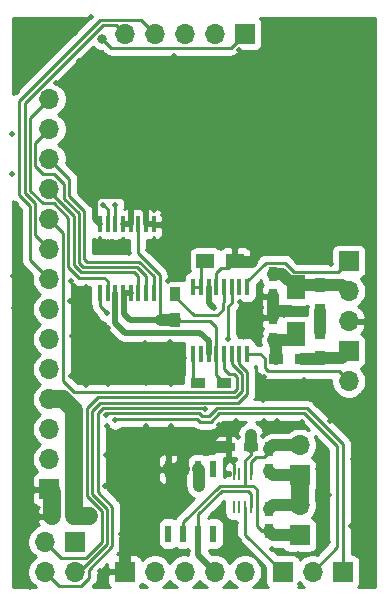
<source format=gtl>
%TF.GenerationSoftware,KiCad,Pcbnew,(5.1.6-0-10_14)*%
%TF.CreationDate,2021-01-07T19:03:09+09:00*%
%TF.ProjectId,qPCR-photosensing,71504352-2d70-4686-9f74-6f73656e7369,rev?*%
%TF.SameCoordinates,Original*%
%TF.FileFunction,Copper,L1,Top*%
%TF.FilePolarity,Positive*%
%FSLAX46Y46*%
G04 Gerber Fmt 4.6, Leading zero omitted, Abs format (unit mm)*
G04 Created by KiCad (PCBNEW (5.1.6-0-10_14)) date 2021-01-07 19:03:09*
%MOMM*%
%LPD*%
G01*
G04 APERTURE LIST*
%TA.AperFunction,SMDPad,CuDef*%
%ADD10R,1.500000X1.250000*%
%TD*%
%TA.AperFunction,SMDPad,CuDef*%
%ADD11R,0.750000X1.200000*%
%TD*%
%TA.AperFunction,SMDPad,CuDef*%
%ADD12R,1.200000X0.750000*%
%TD*%
%TA.AperFunction,ComponentPad*%
%ADD13O,1.700000X1.700000*%
%TD*%
%TA.AperFunction,ComponentPad*%
%ADD14R,1.700000X1.700000*%
%TD*%
%TA.AperFunction,SMDPad,CuDef*%
%ADD15R,0.900000X1.200000*%
%TD*%
%TA.AperFunction,SMDPad,CuDef*%
%ADD16R,1.200000X0.900000*%
%TD*%
%TA.AperFunction,SMDPad,CuDef*%
%ADD17R,0.355600X1.473200*%
%TD*%
%TA.AperFunction,SMDPad,CuDef*%
%ADD18R,0.533400X1.460500*%
%TD*%
%TA.AperFunction,SMDPad,CuDef*%
%ADD19R,0.270000X1.120000*%
%TD*%
%TA.AperFunction,SMDPad,CuDef*%
%ADD20R,1.600000X2.000000*%
%TD*%
%TA.AperFunction,ViaPad*%
%ADD21C,0.508000*%
%TD*%
%TA.AperFunction,ViaPad*%
%ADD22C,0.800000*%
%TD*%
%TA.AperFunction,Conductor*%
%ADD23C,1.016000*%
%TD*%
%TA.AperFunction,Conductor*%
%ADD24C,0.250000*%
%TD*%
%TA.AperFunction,Conductor*%
%ADD25C,1.524000*%
%TD*%
%TA.AperFunction,Conductor*%
%ADD26C,0.508000*%
%TD*%
%TA.AperFunction,Conductor*%
%ADD27C,0.254000*%
%TD*%
G04 APERTURE END LIST*
D10*
%TO.P,C1,2*%
%TO.N,GND*%
X102450000Y-83700000D03*
%TO.P,C1,1*%
%TO.N,Net-(C1-Pad1)*%
X99950000Y-83700000D03*
%TD*%
D11*
%TO.P,C2,1*%
%TO.N,Net-(C2-Pad1)*%
X105700000Y-84750000D03*
%TO.P,C2,2*%
%TO.N,GND*%
X105700000Y-86650000D03*
%TD*%
%TO.P,C3,2*%
%TO.N,GND*%
X105700000Y-88450000D03*
%TO.P,C3,1*%
%TO.N,Net-(C3-Pad1)*%
X105700000Y-90350000D03*
%TD*%
%TO.P,C4,1*%
%TO.N,Net-(C4-Pad1)*%
X105380000Y-99600000D03*
%TO.P,C4,2*%
%TO.N,PD_MUX_OUT*%
X105380000Y-101500000D03*
%TD*%
D12*
%TO.P,C5,2*%
%TO.N,GND*%
X86950000Y-105300000D03*
%TO.P,C5,1*%
%TO.N,VCC_LOGIC*%
X88850000Y-105300000D03*
%TD*%
D11*
%TO.P,C6,1*%
%TO.N,/AMP_OUT*%
X105380000Y-106580000D03*
%TO.P,C6,2*%
%TO.N,PD_MUX_OUT*%
X105380000Y-104680000D03*
%TD*%
D12*
%TO.P,C7,2*%
%TO.N,/AMP_OUT*%
X103780000Y-99390000D03*
%TO.P,C7,1*%
%TO.N,GND*%
X101880000Y-99390000D03*
%TD*%
D13*
%TO.P,J3,5*%
%TO.N,PD_MUX_OUT*%
X103298000Y-110000000D03*
%TO.P,J3,4*%
%TO.N,VCC_LOGIC*%
X100758000Y-110000000D03*
%TO.P,J3,3*%
%TO.N,N/C*%
X98218000Y-110000000D03*
%TO.P,J3,2*%
X95678000Y-110000000D03*
D14*
%TO.P,J3,1*%
%TO.N,GND*%
X93138000Y-110000000D03*
%TD*%
%TO.P,J4,1*%
%TO.N,PD_MUX_GPIO5*%
X103298000Y-64440000D03*
D13*
%TO.P,J4,2*%
%TO.N,PD_MUX_GPIO4*%
X100758000Y-64440000D03*
%TO.P,J4,3*%
%TO.N,PD_MUX_GPIO3*%
X98218000Y-64440000D03*
%TO.P,J4,4*%
%TO.N,PD_MUX_GPIO2*%
X95678000Y-64440000D03*
%TO.P,J4,5*%
%TO.N,PD_MUX_GPIO1*%
X93138000Y-64440000D03*
%TD*%
D15*
%TO.P,R1,2*%
%TO.N,VCC_LOGIC*%
X97400000Y-88700000D03*
%TO.P,R1,1*%
%TO.N,Net-(R1-Pad1)*%
X97400000Y-86500000D03*
%TD*%
D16*
%TO.P,R2,1*%
%TO.N,Net-(R2-Pad1)*%
X99300000Y-94000000D03*
%TO.P,R2,2*%
%TO.N,VCC_LOGIC*%
X101500000Y-94000000D03*
%TD*%
D15*
%TO.P,R3,2*%
%TO.N,Net-(C2-Pad1)*%
X109700000Y-85700000D03*
%TO.P,R3,1*%
%TO.N,Net-(R3-Pad1)*%
X109700000Y-87900000D03*
%TD*%
%TO.P,R4,2*%
%TO.N,Net-(R3-Pad1)*%
X109700000Y-89700000D03*
%TO.P,R4,1*%
%TO.N,Net-(J7-Pad1)*%
X109700000Y-91900000D03*
%TD*%
D16*
%TO.P,R5,1*%
%TO.N,Net-(J7-Pad1)*%
X108100000Y-92000000D03*
%TO.P,R5,2*%
%TO.N,Net-(C3-Pad1)*%
X105900000Y-92000000D03*
%TD*%
D17*
%TO.P,U1,16*%
%TO.N,/XOUT*%
X103474999Y-91519400D03*
%TO.P,U1,15*%
%TO.N,DEMOD_SPI_SCLK*%
X102824998Y-91519400D03*
%TO.P,U1,14*%
%TO.N,DEMOD_SPI_SDIO*%
X102174999Y-91519400D03*
%TO.P,U1,13*%
%TO.N,PD_REF_PWM*%
X101524998Y-91519400D03*
%TO.P,U1,12*%
%TO.N,VCC_LOGIC*%
X100874999Y-91519400D03*
%TO.P,U1,11*%
%TO.N,/PHOTO_OUT*%
X100225001Y-91519400D03*
%TO.P,U1,10*%
%TO.N,N/C*%
X99574999Y-91519400D03*
%TO.P,U1,9*%
%TO.N,Net-(R2-Pad1)*%
X98925001Y-91519400D03*
%TO.P,U1,8*%
%TO.N,Net-(C1-Pad1)*%
X98925001Y-85880600D03*
%TO.P,U1,7*%
X99575002Y-85880600D03*
%TO.P,U1,6*%
%TO.N,/AMP_OUT*%
X100225001Y-85880600D03*
%TO.P,U1,5*%
%TO.N,GND*%
X100875002Y-85880600D03*
%TO.P,U1,4*%
%TO.N,Net-(R1-Pad1)*%
X101525001Y-85880600D03*
%TO.P,U1,3*%
%TO.N,DEMOD_SPI_CS*%
X102174999Y-85880600D03*
%TO.P,U1,2*%
%TO.N,N/C*%
X102825001Y-85880600D03*
%TO.P,U1,1*%
%TO.N,/CLKIN*%
X103474999Y-85880600D03*
%TD*%
%TO.P,U2,16*%
%TO.N,I2C_SCL*%
X95574999Y-86421000D03*
%TO.P,U2,15*%
%TO.N,I2C_SDA*%
X94924998Y-86421000D03*
%TO.P,U2,14*%
%TO.N,ADC_DRDY*%
X94274999Y-86421000D03*
%TO.P,U2,13*%
%TO.N,VCC_LOGIC*%
X93624998Y-86421000D03*
%TO.P,U2,12*%
X92974999Y-86421000D03*
%TO.P,U2,11*%
%TO.N,/PHOTO_OUT*%
X92325001Y-86421000D03*
%TO.P,U2,10*%
%TO.N,THERM_WELL*%
X91674999Y-86421000D03*
%TO.P,U2,9*%
%TO.N,VCC_LOGIC*%
X91025001Y-86421000D03*
%TO.P,U2,8*%
%TO.N,GND*%
X91025001Y-80579000D03*
%TO.P,U2,7*%
%TO.N,THERM_TEST1*%
X91675002Y-80579000D03*
%TO.P,U2,6*%
%TO.N,THERM_TEST2*%
X92325001Y-80579000D03*
%TO.P,U2,5*%
%TO.N,GND*%
X92975002Y-80579000D03*
%TO.P,U2,4*%
X93625001Y-80579000D03*
%TO.P,U2,3*%
%TO.N,VCC_LOGIC*%
X94274999Y-80579000D03*
%TO.P,U2,2*%
%TO.N,GND*%
X94925001Y-80579000D03*
%TO.P,U2,1*%
X95574999Y-80579000D03*
%TD*%
D18*
%TO.P,U3,8*%
%TO.N,N/C*%
X100625000Y-106754150D03*
%TO.P,U3,7*%
%TO.N,VCC_LOGIC*%
X99355000Y-106754150D03*
%TO.P,U3,6*%
%TO.N,/AMP_OUT*%
X98085000Y-106754150D03*
%TO.P,U3,5*%
%TO.N,N/C*%
X96815000Y-106754150D03*
%TO.P,U3,4*%
%TO.N,GND*%
X96815000Y-101305850D03*
%TO.P,U3,3*%
X98085000Y-101305850D03*
%TO.P,U3,2*%
%TO.N,PD_MUX_OUT*%
X99355000Y-101305850D03*
%TO.P,U3,1*%
%TO.N,N/C*%
X100625000Y-101305850D03*
%TD*%
D19*
%TO.P,U4,8*%
%TO.N,VCC_LOGIC*%
X103840000Y-104495000D03*
%TO.P,U4,7*%
%TO.N,/AMP_GAIN_SW*%
X103340000Y-104495000D03*
%TO.P,U4,6*%
%TO.N,N/C*%
X102840000Y-104495000D03*
%TO.P,U4,5*%
X102340000Y-104495000D03*
%TO.P,U4,4*%
%TO.N,GND*%
X102340000Y-101685000D03*
%TO.P,U4,3*%
%TO.N,N/C*%
X102840000Y-101685000D03*
%TO.P,U4,2*%
%TO.N,/AMP_OUT*%
X103340000Y-101685000D03*
%TO.P,U4,1*%
%TO.N,Net-(C4-Pad1)*%
X103840000Y-101685000D03*
%TD*%
D20*
%TO.P,Y1,2*%
%TO.N,Net-(C3-Pad1)*%
X107600000Y-89900000D03*
%TO.P,Y1,1*%
%TO.N,Net-(C2-Pad1)*%
X107600000Y-85900000D03*
%TD*%
D13*
%TO.P,J1,14*%
%TO.N,THERM_WELL*%
X86730000Y-69980000D03*
%TO.P,J1,13*%
%TO.N,I2C_SDA*%
X86730000Y-72520000D03*
%TO.P,J1,12*%
%TO.N,I2C_SCL*%
X86730000Y-75060000D03*
%TO.P,J1,11*%
%TO.N,ADC_DRDY*%
X86730000Y-77600000D03*
%TO.P,J1,10*%
%TO.N,PD_REF_PWM*%
X86730000Y-80140000D03*
%TO.P,J1,9*%
%TO.N,PD_MUX_GPIO1*%
X86730000Y-82680000D03*
%TO.P,J1,8*%
%TO.N,PD_MUX_GPIO2*%
X86730000Y-85220000D03*
%TO.P,J1,7*%
%TO.N,PD_MUX_GPIO3*%
X86730000Y-87760000D03*
%TO.P,J1,6*%
%TO.N,PD_MUX_GPIO4*%
X86730000Y-90300000D03*
%TO.P,J1,5*%
%TO.N,PD_MUX_GPIO5*%
X86730000Y-92840000D03*
%TO.P,J1,4*%
%TO.N,VCC_LOGIC*%
X86730000Y-95380000D03*
%TO.P,J1,3*%
%TO.N,N/C*%
X86730000Y-97920000D03*
%TO.P,J1,2*%
X86730000Y-100460000D03*
D14*
%TO.P,J1,1*%
%TO.N,GND*%
X86730000Y-103000000D03*
%TD*%
D13*
%TO.P,JTHERM1,2*%
%TO.N,THERM_TEST2*%
X109040000Y-110000000D03*
D14*
%TO.P,JTHERM1,1*%
%TO.N,THERM_TEST1*%
X111580000Y-110000000D03*
%TD*%
D13*
%TO.P,J6,3*%
%TO.N,GND*%
X112100000Y-88780000D03*
%TO.P,J6,2*%
%TO.N,Net-(C2-Pad1)*%
X112100000Y-86240000D03*
D14*
%TO.P,J6,1*%
%TO.N,/CLKIN*%
X112100000Y-83700000D03*
%TD*%
%TO.P,J7,1*%
%TO.N,Net-(J7-Pad1)*%
X112100000Y-91320000D03*
D13*
%TO.P,J7,2*%
%TO.N,/XOUT*%
X112100000Y-93860000D03*
%TD*%
D14*
%TO.P,R6,1*%
%TO.N,PD_MUX_OUT*%
X107930000Y-101820000D03*
D13*
%TO.P,R6,2*%
%TO.N,Net-(C4-Pad1)*%
X107930000Y-99280000D03*
%TD*%
%TO.P,R7,2*%
%TO.N,PD_MUX_OUT*%
X107930000Y-104360000D03*
D14*
%TO.P,R7,1*%
%TO.N,/AMP_OUT*%
X107930000Y-106900000D03*
%TD*%
%TO.P,JGAIN1,1*%
%TO.N,/AMP_GAIN_SW*%
X106500000Y-110000000D03*
%TD*%
D13*
%TO.P,JSPI1,4*%
%TO.N,DEMOD_SPI_CS*%
X86360000Y-110000000D03*
%TO.P,JSPI1,3*%
%TO.N,DEMOD_SPI_SDIO*%
X86360000Y-107460000D03*
%TO.P,JSPI1,2*%
%TO.N,DEMOD_SPI_SCLK*%
X88900000Y-110000000D03*
D14*
%TO.P,JSPI1,1*%
%TO.N,GND*%
X88900000Y-107460000D03*
%TD*%
D21*
%TO.N,GND*%
X107100000Y-87900000D03*
X103900000Y-83800000D03*
X97400000Y-103000000D03*
X94463800Y-79036200D03*
X114010000Y-63410000D03*
X104960000Y-63470000D03*
X104870000Y-65670000D03*
X102780000Y-65800000D03*
X97340000Y-66340000D03*
X89230000Y-66780000D03*
X87280000Y-68640000D03*
X90270000Y-63020000D03*
X88890000Y-64370000D03*
X84040000Y-69410000D03*
X83880000Y-63360000D03*
X86900000Y-63390000D03*
X84000000Y-66340000D03*
X86360000Y-66340000D03*
X85650000Y-64980000D03*
X83610000Y-72900000D03*
X83600000Y-76310000D03*
X83950000Y-78880000D03*
X85220000Y-92310000D03*
X83850000Y-90460000D03*
X83690000Y-84990000D03*
X83800000Y-81840000D03*
X83780000Y-87680000D03*
X83920000Y-94390000D03*
X85650000Y-94160000D03*
X85580000Y-96580000D03*
X85530000Y-99120000D03*
X85440000Y-101500000D03*
X85270000Y-104610000D03*
X85440000Y-106080000D03*
X85270000Y-108680000D03*
X85100000Y-111250000D03*
X84050000Y-110050000D03*
X83990000Y-107240000D03*
X84020000Y-103550000D03*
X83990000Y-100730000D03*
X84050000Y-97860000D03*
X90570000Y-111180000D03*
X91070000Y-109930000D03*
X94560000Y-111180000D03*
X94360000Y-108340000D03*
X92770000Y-106820000D03*
X91460000Y-102760000D03*
X92800000Y-104010000D03*
X94860000Y-103990000D03*
X91640000Y-97630000D03*
X91520000Y-100130000D03*
X94920000Y-97660000D03*
X94910000Y-100770000D03*
X93290000Y-99130000D03*
X93290000Y-101900000D03*
X88580000Y-93390000D03*
X89890000Y-94170000D03*
X88550000Y-85370000D03*
X89860000Y-85880000D03*
X89810000Y-88560000D03*
X88510000Y-87070000D03*
X88680000Y-90060000D03*
X89930000Y-91520000D03*
X91730000Y-89390000D03*
X91680000Y-94070000D03*
X94840000Y-90640000D03*
X94940000Y-94040000D03*
X92100000Y-91920000D03*
X94120000Y-92370000D03*
X96990000Y-90540000D03*
X98140000Y-91880000D03*
X97010000Y-94120000D03*
X97040000Y-97660000D03*
X97030000Y-99680000D03*
X98750000Y-98140000D03*
X101090000Y-97560000D03*
X102580000Y-97230000D03*
X102700000Y-98570000D03*
X104850000Y-98480000D03*
X106020000Y-97240000D03*
X104930000Y-97250000D03*
X104800000Y-95430000D03*
X106120000Y-94400000D03*
X104880000Y-93480000D03*
X102870000Y-87170000D03*
X104640000Y-90050000D03*
X103820000Y-88630000D03*
X95500000Y-106610000D03*
X98490000Y-108220000D03*
X96920000Y-111020000D03*
X99490000Y-111060000D03*
X102030000Y-111010000D03*
X104770000Y-110990000D03*
X107930000Y-111040000D03*
X113320000Y-110940000D03*
X114240000Y-108150000D03*
X112320000Y-106100000D03*
X114220000Y-102820000D03*
X112460000Y-100420000D03*
X114120000Y-97760000D03*
X110520000Y-97190000D03*
X108100000Y-97280000D03*
X109810000Y-99440000D03*
X109480000Y-101320000D03*
X110380000Y-103520000D03*
X109490000Y-105230000D03*
X110360000Y-107500000D03*
X107830000Y-108490000D03*
X105620000Y-108050000D03*
X102130000Y-108630000D03*
X102840000Y-107270000D03*
X102570000Y-105850000D03*
X100640000Y-105130000D03*
X101420000Y-104310000D03*
X108310000Y-93730000D03*
X108280000Y-95290000D03*
X110450000Y-93950000D03*
X113020000Y-95080000D03*
X113460000Y-92630000D03*
X113480000Y-89970000D03*
X113310000Y-87530000D03*
X113370000Y-85130000D03*
X110560000Y-83910000D03*
X104940000Y-83010000D03*
X113950000Y-82470000D03*
X107750000Y-83770000D03*
X96830000Y-85340000D03*
X98590000Y-84490000D03*
X95130000Y-82740000D03*
X91730000Y-82080000D03*
X93490000Y-83030000D03*
X89760000Y-77890000D03*
X88460000Y-75260000D03*
X88310000Y-71390000D03*
X88310000Y-73570000D03*
X98860000Y-79910000D03*
X101000000Y-82390000D03*
X97440000Y-82630000D03*
X96380000Y-79780000D03*
X109270000Y-63490000D03*
X109180000Y-65730000D03*
X113980000Y-65840000D03*
X111670000Y-67770000D03*
X106640000Y-68270000D03*
X100590000Y-68070000D03*
X93030000Y-68270000D03*
X91750000Y-71780000D03*
X91850000Y-75930000D03*
X96690000Y-72020000D03*
X102760000Y-71880000D03*
X109580000Y-71780000D03*
X111900000Y-75930000D03*
X105730000Y-75980000D03*
X99060000Y-75830000D03*
X101380000Y-79330000D03*
X108940000Y-79530000D03*
X95800000Y-76320000D03*
X113720000Y-72270000D03*
D22*
%TO.N,PD_MUX_OUT*%
X99400000Y-102700000D03*
D21*
%TO.N,VCC_LOGIC*%
X90100000Y-105300000D03*
X96200000Y-88700000D03*
X91617001Y-88100000D03*
%TO.N,/AMP_OUT*%
X103800000Y-98400000D03*
X100723762Y-87700000D03*
D22*
%TO.N,PD_MUX_GPIO5*%
X91230000Y-64890000D03*
D21*
%TO.N,THERM_TEST2*%
X92300000Y-97154041D03*
X92300000Y-78900000D03*
%TO.N,THERM_TEST1*%
X91579020Y-96704031D03*
X91300000Y-78900000D03*
%TO.N,DEMOD_SPI_CS*%
X99946926Y-96254021D03*
X101900000Y-90300000D03*
%TD*%
D23*
%TO.N,GND*%
X96815000Y-101305850D02*
X98085000Y-101305850D01*
X98085000Y-100304498D02*
X98085000Y-101305850D01*
X98999498Y-99390000D02*
X98085000Y-100304498D01*
X101880000Y-99390000D02*
X98999498Y-99390000D01*
D24*
X102340000Y-101685000D02*
X102340000Y-100840000D01*
X102340000Y-100840000D02*
X101900000Y-100400000D01*
X101900000Y-99410000D02*
X101880000Y-99390000D01*
X101900000Y-100400000D02*
X101900000Y-99410000D01*
D23*
X107100000Y-87900000D02*
X105800000Y-87900000D01*
X105800000Y-87900000D02*
X105700000Y-88000000D01*
X105700000Y-88000000D02*
X105700000Y-88450000D01*
X105700000Y-86650000D02*
X105700000Y-88000000D01*
D24*
X100875002Y-84735000D02*
X101310002Y-84300000D01*
X100875002Y-85880600D02*
X100875002Y-84735000D01*
X101850000Y-84300000D02*
X102450000Y-83700000D01*
X101310002Y-84300000D02*
X101850000Y-84300000D01*
D23*
X102550000Y-83800000D02*
X102450000Y-83700000D01*
X103900000Y-83800000D02*
X102550000Y-83800000D01*
D25*
X97400000Y-101790841D02*
X97884991Y-101305850D01*
X97400000Y-103000000D02*
X97400000Y-101790841D01*
X86950000Y-103220000D02*
X86730000Y-103000000D01*
X86950000Y-105300000D02*
X86950000Y-103220000D01*
D23*
X93138000Y-107262000D02*
X97400000Y-103000000D01*
X93138000Y-110000000D02*
X93138000Y-107262000D01*
D26*
X92975002Y-80579000D02*
X93625001Y-80579000D01*
X94925001Y-80579000D02*
X95574999Y-80579000D01*
X94925001Y-79497400D02*
X94925001Y-80579000D01*
X90591999Y-78560159D02*
X90960159Y-78191999D01*
X90960159Y-78191999D02*
X93619600Y-78191999D01*
X90591999Y-80141997D02*
X90591999Y-78560159D01*
X91025001Y-80574999D02*
X90591999Y-80141997D01*
X91025001Y-80579000D02*
X91025001Y-80574999D01*
X93923201Y-79036200D02*
X94463800Y-79036200D01*
X93625001Y-79334400D02*
X93923201Y-79036200D01*
X94463800Y-79036200D02*
X94925001Y-79497400D01*
X93625001Y-80579000D02*
X93625001Y-79334400D01*
X94213800Y-78786200D02*
X94463800Y-79036200D01*
X93619600Y-78191999D02*
X94213800Y-78786200D01*
D24*
%TO.N,Net-(C1-Pad1)*%
X99575002Y-85880600D02*
X98925001Y-85880600D01*
X99575002Y-84074998D02*
X99575002Y-85880600D01*
X99950000Y-83700000D02*
X99575002Y-84074998D01*
D23*
%TO.N,Net-(C2-Pad1)*%
X106450000Y-84750000D02*
X107600000Y-85900000D01*
X105700000Y-84750000D02*
X106450000Y-84750000D01*
X107800000Y-85700000D02*
X107600000Y-85900000D01*
X109700000Y-85700000D02*
X107800000Y-85700000D01*
X112100000Y-86240000D02*
X111560000Y-85700000D01*
X111560000Y-85700000D02*
X109700000Y-85700000D01*
%TO.N,Net-(C3-Pad1)*%
X107150000Y-90350000D02*
X107600000Y-89900000D01*
X105700000Y-90350000D02*
X107150000Y-90350000D01*
X105900000Y-90550000D02*
X105700000Y-90350000D01*
X105900000Y-92000000D02*
X105900000Y-90550000D01*
%TO.N,Net-(C4-Pad1)*%
X105700000Y-99280000D02*
X105380000Y-99600000D01*
X107930000Y-99280000D02*
X105700000Y-99280000D01*
D24*
X103840000Y-101685000D02*
X103840000Y-100660000D01*
X103840000Y-100660000D02*
X104200000Y-100300000D01*
X104200000Y-100300000D02*
X104900000Y-100300000D01*
X105380000Y-99820000D02*
X105380000Y-99600000D01*
X104900000Y-100300000D02*
X105380000Y-99820000D01*
D23*
%TO.N,PD_MUX_OUT*%
X105700000Y-104360000D02*
X105380000Y-104680000D01*
X107930000Y-104360000D02*
X105700000Y-104360000D01*
X105700000Y-101820000D02*
X105380000Y-101500000D01*
X107930000Y-101820000D02*
X105700000Y-101820000D01*
D25*
X107930000Y-101820000D02*
X107930000Y-104360000D01*
D23*
X99400000Y-101350850D02*
X99355000Y-101305850D01*
X99400000Y-102700000D02*
X99400000Y-101350850D01*
D24*
%TO.N,VCC_LOGIC*%
X100874999Y-93374999D02*
X100874999Y-91519400D01*
X101500000Y-94000000D02*
X100874999Y-93374999D01*
X103840000Y-104495000D02*
X103840000Y-103390010D01*
X103600000Y-103150010D02*
X101345300Y-103150010D01*
X103840000Y-103390010D02*
X103600000Y-103150010D01*
X99355000Y-105140310D02*
X99355000Y-106754150D01*
X101345300Y-103150010D02*
X99355000Y-105140310D01*
D26*
X99355000Y-108597000D02*
X99355000Y-106754150D01*
X100758000Y-110000000D02*
X99355000Y-108597000D01*
D25*
X88850000Y-96297919D02*
X88850000Y-105300000D01*
X87932081Y-95380000D02*
X88850000Y-96297919D01*
X86730000Y-95380000D02*
X87932081Y-95380000D01*
X88850000Y-105300000D02*
X90100000Y-105300000D01*
D23*
X97400000Y-88700000D02*
X96200000Y-88700000D01*
D24*
X100874999Y-89274999D02*
X100329018Y-88729018D01*
X97429018Y-88729018D02*
X97400000Y-88700000D01*
X100329018Y-88729018D02*
X97429018Y-88729018D01*
X100874999Y-91519400D02*
X100874999Y-89274999D01*
D26*
X96200000Y-88700000D02*
X93533011Y-88700000D01*
X93033011Y-88200000D02*
X93033011Y-86421000D01*
X93533011Y-88700000D02*
X93033011Y-88200000D01*
X93624998Y-86421000D02*
X93033011Y-86421000D01*
D24*
X91025001Y-87508000D02*
X91617001Y-88100000D01*
X91025001Y-86421000D02*
X91025001Y-87508000D01*
X96077800Y-88577800D02*
X96200000Y-88700000D01*
X96077800Y-84837990D02*
X96077800Y-88577800D01*
X94274999Y-83035189D02*
X96077800Y-84837990D01*
X94274999Y-80579000D02*
X94274999Y-83035189D01*
D23*
%TO.N,/AMP_OUT*%
X105700000Y-106900000D02*
X105380000Y-106580000D01*
X107930000Y-106900000D02*
X105700000Y-106900000D01*
D24*
X103780000Y-99390000D02*
X103510000Y-99390000D01*
X105380000Y-106380000D02*
X105380000Y-106580000D01*
X103340000Y-101685000D02*
X103340000Y-100523590D01*
X103340000Y-100523590D02*
X103780000Y-100083590D01*
X103780000Y-100083590D02*
X103780000Y-99390000D01*
X98085000Y-105773900D02*
X98085000Y-106754150D01*
X104300001Y-103000001D02*
X104000000Y-102700000D01*
X104300001Y-106125001D02*
X104300001Y-103000001D01*
X104755000Y-106580000D02*
X104300001Y-106125001D01*
X101158900Y-102700000D02*
X98085000Y-105773900D01*
X105380000Y-106580000D02*
X104755000Y-106580000D01*
X103340000Y-101685000D02*
X103340000Y-102640000D01*
X103400000Y-102700000D02*
X101158900Y-102700000D01*
X103340000Y-102640000D02*
X103400000Y-102700000D01*
X104000000Y-102700000D02*
X103400000Y-102700000D01*
D23*
X103780000Y-98420000D02*
X103800000Y-98400000D01*
X103780000Y-99390000D02*
X103780000Y-98420000D01*
D26*
X100225001Y-87201239D02*
X100225001Y-85880600D01*
X100723762Y-87700000D02*
X100225001Y-87201239D01*
D24*
%TO.N,THERM_WELL*%
X87104003Y-78775001D02*
X86165999Y-78775001D01*
X88355011Y-80026009D02*
X87104003Y-78775001D01*
X85104990Y-77713992D02*
X85104990Y-71605010D01*
X86165999Y-78775001D02*
X85104990Y-77713992D01*
X85104990Y-71605010D02*
X86730000Y-69980000D01*
X91674999Y-85374999D02*
X91400000Y-85100000D01*
X91674999Y-86421000D02*
X91674999Y-85374999D01*
X88355011Y-84227831D02*
X88355011Y-80026009D01*
X89227178Y-85099998D02*
X88355011Y-84227831D01*
X91400000Y-85100000D02*
X89227178Y-85099998D01*
%TO.N,I2C_SDA*%
X85554999Y-73695001D02*
X86730000Y-72520000D01*
X85554999Y-75654999D02*
X85554999Y-73695001D01*
X88000911Y-77131909D02*
X87149002Y-76280000D01*
X89255029Y-79653207D02*
X88000911Y-78399089D01*
X87149002Y-76280000D02*
X86180000Y-76280000D01*
X88000911Y-78399089D02*
X88000911Y-77131909D01*
X94924998Y-84985188D02*
X94139790Y-84199980D01*
X86180000Y-76280000D02*
X85554999Y-75654999D01*
X94924998Y-85821000D02*
X94924998Y-84985188D01*
X89255029Y-83855029D02*
X89255029Y-79653207D01*
X89599980Y-84199980D02*
X89255029Y-83855029D01*
X94139790Y-84199980D02*
X89599980Y-84199980D01*
%TO.N,I2C_SCL*%
X86730000Y-75060000D02*
X86830620Y-74959380D01*
X88450921Y-76780921D02*
X86730000Y-75060000D01*
X88450921Y-78212689D02*
X88450921Y-76780921D01*
X89705039Y-83505039D02*
X89705038Y-79466806D01*
X94353370Y-83749970D02*
X89949970Y-83749970D01*
X89949970Y-83749970D02*
X89705039Y-83505039D01*
X89705038Y-79466806D02*
X88450921Y-78212689D01*
X95574999Y-84971599D02*
X94353370Y-83749970D01*
X95574999Y-85821000D02*
X95574999Y-84971599D01*
%TO.N,ADC_DRDY*%
X86730000Y-77764588D02*
X86730000Y-77600000D01*
X88805020Y-79839608D02*
X86730000Y-77764588D01*
X88805019Y-84041429D02*
X88805019Y-79839608D01*
X93953389Y-84649989D02*
X89413579Y-84649989D01*
X89413579Y-84649989D02*
X88805019Y-84041429D01*
X94274999Y-84971599D02*
X93953389Y-84649989D01*
X94274999Y-85821000D02*
X94274999Y-84971599D01*
%TO.N,PD_REF_PWM*%
X87905001Y-81315001D02*
X86730000Y-80140000D01*
X87905001Y-93815656D02*
X87905001Y-81315001D01*
X88864346Y-94775001D02*
X87905001Y-93815656D01*
X102600000Y-93464998D02*
X102600000Y-94535002D01*
X102360001Y-94775001D02*
X88864346Y-94775001D01*
X102360001Y-93224999D02*
X102600000Y-93464998D01*
X101924999Y-93224999D02*
X102360001Y-93224999D01*
X101524998Y-92824998D02*
X101924999Y-93224999D01*
X102600000Y-94535002D02*
X102360001Y-94775001D01*
X101524998Y-91519400D02*
X101524998Y-92824998D01*
%TO.N,PD_MUX_GPIO1*%
X90530998Y-64440000D02*
X84654980Y-70316018D01*
X84654980Y-70316018D02*
X84654981Y-77900393D01*
X85554999Y-81504999D02*
X86730000Y-82680000D01*
X85554999Y-78800411D02*
X85554999Y-81504999D01*
X84654981Y-77900393D02*
X85554999Y-78800411D01*
X90550000Y-64440000D02*
X91274991Y-63715009D01*
X90530998Y-64440000D02*
X90550000Y-64440000D01*
X92413009Y-63715009D02*
X93138000Y-64440000D01*
X91274991Y-63715009D02*
X92413009Y-63715009D01*
%TO.N,PD_MUX_GPIO2*%
X91069589Y-63264999D02*
X94502999Y-63264999D01*
X84204971Y-70129617D02*
X91069589Y-63264999D01*
X84204972Y-78086792D02*
X84204971Y-70129617D01*
X85104989Y-83594989D02*
X85104989Y-78986811D01*
X94502999Y-63264999D02*
X95678000Y-64440000D01*
X85104989Y-78986811D02*
X84204972Y-78086792D01*
X86730000Y-85220000D02*
X85104989Y-83594989D01*
%TO.N,PD_MUX_GPIO5*%
X102122999Y-65615001D02*
X103298000Y-64440000D01*
X91955001Y-65615001D02*
X102122999Y-65615001D01*
X91230000Y-64890000D02*
X91955001Y-65615001D01*
%TO.N,THERM_TEST2*%
X92300000Y-80553999D02*
X92325001Y-80579000D01*
X92300000Y-78900000D02*
X92300000Y-80553999D01*
X111129990Y-99366400D02*
X111129990Y-107910010D01*
X108338631Y-96575041D02*
X111129990Y-99366400D01*
X101119238Y-96575041D02*
X108338631Y-96575041D01*
X111129990Y-107910010D02*
X109040000Y-110000000D01*
X100411248Y-97283031D02*
X101119238Y-96575041D01*
X99482605Y-97283032D02*
X100411248Y-97283031D01*
X99224624Y-97025051D02*
X99482605Y-97283032D01*
X92428990Y-97025051D02*
X99224624Y-97025051D01*
X92300000Y-97154041D02*
X92428990Y-97025051D01*
%TO.N,THERM_TEST1*%
X91675002Y-79275002D02*
X91675002Y-80579000D01*
X91300000Y-78900000D02*
X91675002Y-79275002D01*
X100932838Y-96125031D02*
X108525031Y-96125031D01*
X100224847Y-96833022D02*
X100932838Y-96125031D01*
X91579020Y-96704031D02*
X91708010Y-96575041D01*
X99669005Y-96833022D02*
X100224847Y-96833022D01*
X99411024Y-96575041D02*
X99669005Y-96833022D01*
X111580000Y-99180000D02*
X111580000Y-110000000D01*
X108525031Y-96125031D02*
X111580000Y-99180000D01*
X91708010Y-96575041D02*
X99411024Y-96575041D01*
%TO.N,/AMP_GAIN_SW*%
X103340000Y-106840000D02*
X103340000Y-104495000D01*
X106500000Y-110000000D02*
X103340000Y-106840000D01*
%TO.N,/CLKIN*%
X103474999Y-85414999D02*
X103474999Y-85880600D01*
X106703053Y-83824999D02*
X107453053Y-84574999D01*
X105064999Y-83824999D02*
X106703053Y-83824999D01*
X103474999Y-85414999D02*
X105064999Y-83824999D01*
X111225001Y-84574999D02*
X112100000Y-83700000D01*
X107453053Y-84574999D02*
X111225001Y-84574999D01*
%TO.N,/XOUT*%
X112100000Y-93860000D02*
X111250001Y-93010001D01*
X105274999Y-93010001D02*
X104974999Y-92710001D01*
X111250001Y-93010001D02*
X105274999Y-93010001D01*
X104974999Y-92710001D02*
X104974999Y-91874999D01*
X104619400Y-91519400D02*
X103474999Y-91519400D01*
X104974999Y-91874999D02*
X104619400Y-91519400D01*
D23*
%TO.N,Net-(J7-Pad1)*%
X109600000Y-92000000D02*
X109700000Y-91900000D01*
X108100000Y-92000000D02*
X109600000Y-92000000D01*
X111520000Y-91900000D02*
X112100000Y-91320000D01*
X109700000Y-91900000D02*
X111520000Y-91900000D01*
D24*
%TO.N,DEMOD_SPI_CS*%
X102119400Y-85880600D02*
X102174999Y-85880600D01*
X102200000Y-85905601D02*
X102174999Y-85880600D01*
X99817936Y-96125031D02*
X99946926Y-96254021D01*
X90837284Y-103227200D02*
X90837284Y-96535536D01*
X92087028Y-104476944D02*
X90837284Y-103227200D01*
X92087029Y-107830791D02*
X92087028Y-104476944D01*
X91247789Y-96125031D02*
X99817936Y-96125031D01*
X89464001Y-111175001D02*
X90075001Y-110564001D01*
X90837284Y-96535536D02*
X91247789Y-96125031D01*
X90075001Y-109842821D02*
X92087029Y-107830791D01*
X87535001Y-111175001D02*
X89464001Y-111175001D01*
X90075001Y-110564001D02*
X90075001Y-109842821D01*
X86360000Y-110000000D02*
X87535001Y-111175001D01*
X101900000Y-90300000D02*
X101900000Y-87500000D01*
X102174999Y-87225001D02*
X102174999Y-85880600D01*
X101900000Y-87500000D02*
X102174999Y-87225001D01*
%TO.N,DEMOD_SPI_SDIO*%
X103050010Y-93278598D02*
X102174999Y-92403587D01*
X103050009Y-94721403D02*
X103050010Y-93278598D01*
X102546401Y-95225011D02*
X103050009Y-94721403D01*
X89937010Y-96162990D02*
X90874989Y-95225011D01*
X89937010Y-103537010D02*
X89937010Y-96162990D01*
X89937264Y-103537264D02*
X89937010Y-103537010D01*
X102174999Y-92403587D02*
X102174999Y-91519400D01*
X89937264Y-103600000D02*
X89937264Y-103537264D01*
X91187010Y-107457992D02*
X91187010Y-104849746D01*
X91187010Y-104849746D02*
X89937264Y-103600000D01*
X86360000Y-107460000D02*
X87724999Y-108824999D01*
X89820003Y-108824999D02*
X91187010Y-107457992D01*
X90874989Y-95225011D02*
X102546401Y-95225011D01*
X87724999Y-108824999D02*
X89820003Y-108824999D01*
%TO.N,DEMOD_SPI_SCLK*%
X103500018Y-94907804D02*
X103500020Y-93092198D01*
X102732801Y-95675021D02*
X103500018Y-94907804D01*
X102824998Y-92417176D02*
X102824998Y-91519400D01*
X91061389Y-95675021D02*
X102732801Y-95675021D01*
X90387274Y-103413600D02*
X90387274Y-96349136D01*
X90387274Y-96349136D02*
X91061389Y-95675021D01*
X89281412Y-110000000D02*
X91637020Y-107644392D01*
X91637019Y-104663345D02*
X90387274Y-103413600D01*
X103500020Y-93092198D02*
X102824998Y-92417176D01*
X91637020Y-107644392D02*
X91637019Y-104663345D01*
X88900000Y-110000000D02*
X89281412Y-110000000D01*
%TO.N,Net-(R1-Pad1)*%
X97400000Y-86700000D02*
X97400000Y-86500000D01*
X98979008Y-88279008D02*
X97400000Y-86700000D01*
X101449990Y-87792614D02*
X100963596Y-88279008D01*
X100963596Y-88279008D02*
X98979008Y-88279008D01*
X101449990Y-87250010D02*
X101449990Y-87792614D01*
X101525001Y-87174999D02*
X101449990Y-87250010D01*
X101525001Y-85880600D02*
X101525001Y-87174999D01*
%TO.N,Net-(R2-Pad1)*%
X98925001Y-93625001D02*
X99300000Y-94000000D01*
X98925001Y-91519400D02*
X98925001Y-93625001D01*
D23*
%TO.N,Net-(R3-Pad1)*%
X109700000Y-89700000D02*
X109700000Y-87900000D01*
D26*
%TO.N,/PHOTO_OUT*%
X99541202Y-89754001D02*
X93154001Y-89754001D01*
X92325001Y-88925001D02*
X92325001Y-86421000D01*
X100225001Y-90437800D02*
X99541202Y-89754001D01*
X93154001Y-89754001D02*
X92325001Y-88925001D01*
X100225001Y-91519400D02*
X100225001Y-90437800D01*
%TD*%
D27*
%TO.N,GND*%
G36*
X103360477Y-97338898D02*
G01*
X103161911Y-97445033D01*
X103031478Y-97552076D01*
X103011474Y-97572081D01*
X102967868Y-97607867D01*
X102825033Y-97781911D01*
X102718897Y-97980477D01*
X102653539Y-98195933D01*
X102637000Y-98363854D01*
X102637000Y-98363861D01*
X102633635Y-98398031D01*
X102604482Y-98389188D01*
X102480000Y-98376928D01*
X102165750Y-98380000D01*
X102007000Y-98538750D01*
X102007000Y-99263000D01*
X102027000Y-99263000D01*
X102027000Y-99517000D01*
X102007000Y-99517000D01*
X102007000Y-100241250D01*
X102165750Y-100400000D01*
X102480000Y-100403072D01*
X102589254Y-100392312D01*
X102578845Y-100497999D01*
X102506750Y-100490000D01*
X102461440Y-100535310D01*
X102460820Y-100535498D01*
X102350506Y-100594463D01*
X102310525Y-100627275D01*
X102173250Y-100490000D01*
X102069219Y-100501542D01*
X101950197Y-100540012D01*
X101840968Y-100600961D01*
X101745728Y-100682050D01*
X101668137Y-100780161D01*
X101611178Y-100891523D01*
X101577039Y-101011859D01*
X101567032Y-101136542D01*
X101570000Y-101399250D01*
X101728750Y-101558000D01*
X102066928Y-101558000D01*
X102066928Y-101812000D01*
X101728750Y-101812000D01*
X101600750Y-101940000D01*
X101529772Y-101940000D01*
X101529772Y-100575600D01*
X101517512Y-100451118D01*
X101502278Y-100400899D01*
X101594250Y-100400000D01*
X101753000Y-100241250D01*
X101753000Y-99517000D01*
X100803750Y-99517000D01*
X100645000Y-99675750D01*
X100641928Y-99765000D01*
X100654188Y-99889482D01*
X100668763Y-99937528D01*
X100358300Y-99937528D01*
X100233818Y-99949788D01*
X100114120Y-99986098D01*
X100003806Y-100045063D01*
X99990000Y-100056393D01*
X99976194Y-100045063D01*
X99865880Y-99986098D01*
X99746182Y-99949788D01*
X99621700Y-99937528D01*
X99088300Y-99937528D01*
X98963818Y-99949788D01*
X98844120Y-99986098D01*
X98733806Y-100045063D01*
X98720340Y-100056114D01*
X98711002Y-100048307D01*
X98601228Y-99988342D01*
X98481865Y-99950946D01*
X98370750Y-99940600D01*
X98212000Y-100099350D01*
X98212000Y-101178850D01*
X98218979Y-101178850D01*
X98206471Y-101305850D01*
X98218979Y-101432850D01*
X98212000Y-101432850D01*
X98212000Y-102512350D01*
X98257000Y-102557350D01*
X98257000Y-102756145D01*
X98273539Y-102924066D01*
X98338897Y-103139522D01*
X98445032Y-103338088D01*
X98587867Y-103512133D01*
X98761911Y-103654968D01*
X98960477Y-103761103D01*
X99008445Y-103775654D01*
X97574003Y-105210096D01*
X97544999Y-105233899D01*
X97499537Y-105289295D01*
X97450026Y-105349624D01*
X97408656Y-105427021D01*
X97387195Y-105467172D01*
X97325880Y-105434398D01*
X97206182Y-105398088D01*
X97081700Y-105385828D01*
X96548300Y-105385828D01*
X96423818Y-105398088D01*
X96304120Y-105434398D01*
X96193806Y-105493363D01*
X96097115Y-105572715D01*
X96017763Y-105669406D01*
X95958798Y-105779720D01*
X95922488Y-105899418D01*
X95910228Y-106023900D01*
X95910228Y-107484400D01*
X95922488Y-107608882D01*
X95958798Y-107728580D01*
X96017763Y-107838894D01*
X96097115Y-107935585D01*
X96193806Y-108014937D01*
X96304120Y-108073902D01*
X96423818Y-108110212D01*
X96548300Y-108122472D01*
X97081700Y-108122472D01*
X97206182Y-108110212D01*
X97325880Y-108073902D01*
X97436194Y-108014937D01*
X97450000Y-108003607D01*
X97463806Y-108014937D01*
X97574120Y-108073902D01*
X97693818Y-108110212D01*
X97818300Y-108122472D01*
X98351700Y-108122472D01*
X98466000Y-108111215D01*
X98466000Y-108535238D01*
X98364260Y-108515000D01*
X98071740Y-108515000D01*
X97784842Y-108572068D01*
X97514589Y-108684010D01*
X97271368Y-108846525D01*
X97064525Y-109053368D01*
X96948000Y-109227760D01*
X96831475Y-109053368D01*
X96624632Y-108846525D01*
X96381411Y-108684010D01*
X96111158Y-108572068D01*
X95824260Y-108515000D01*
X95531740Y-108515000D01*
X95244842Y-108572068D01*
X94974589Y-108684010D01*
X94731368Y-108846525D01*
X94599513Y-108978380D01*
X94577502Y-108905820D01*
X94518537Y-108795506D01*
X94439185Y-108698815D01*
X94342494Y-108619463D01*
X94232180Y-108560498D01*
X94112482Y-108524188D01*
X93988000Y-108511928D01*
X93423750Y-108515000D01*
X93265000Y-108673750D01*
X93265000Y-109873000D01*
X93285000Y-109873000D01*
X93285000Y-110127000D01*
X93265000Y-110127000D01*
X93265000Y-110147000D01*
X93011000Y-110147000D01*
X93011000Y-110127000D01*
X91811750Y-110127000D01*
X91653000Y-110285750D01*
X91649928Y-110850000D01*
X91662188Y-110974482D01*
X91698498Y-111094180D01*
X91757463Y-111204494D01*
X91836815Y-111301185D01*
X91853649Y-111315000D01*
X90398804Y-111315000D01*
X90586010Y-111127795D01*
X90615002Y-111104002D01*
X90638796Y-111075009D01*
X90638800Y-111075005D01*
X90709974Y-110988278D01*
X90709975Y-110988277D01*
X90780547Y-110856248D01*
X90824004Y-110712987D01*
X90835001Y-110601334D01*
X90835001Y-110601325D01*
X90838677Y-110564002D01*
X90835001Y-110526679D01*
X90835001Y-110157623D01*
X91650971Y-109341652D01*
X91653000Y-109714250D01*
X91811750Y-109873000D01*
X93011000Y-109873000D01*
X93011000Y-108673750D01*
X92852250Y-108515000D01*
X92479652Y-108512971D01*
X92598043Y-108394580D01*
X92627030Y-108370791D01*
X92650819Y-108341804D01*
X92650829Y-108341794D01*
X92722003Y-108255067D01*
X92792575Y-108123037D01*
X92836032Y-107979777D01*
X92840195Y-107937505D01*
X92847029Y-107868123D01*
X92847029Y-107868116D01*
X92850705Y-107830791D01*
X92847029Y-107793468D01*
X92847027Y-104514276D01*
X92850704Y-104476944D01*
X92836030Y-104327958D01*
X92792574Y-104184697D01*
X92722002Y-104052667D01*
X92650827Y-103965941D01*
X92650822Y-103965936D01*
X92627028Y-103936943D01*
X92598035Y-103913149D01*
X91597284Y-102912399D01*
X91597284Y-102030300D01*
X95910254Y-102030300D01*
X95921383Y-102154888D01*
X95956603Y-102274911D01*
X96014562Y-102385756D01*
X96093032Y-102483165D01*
X96188998Y-102563393D01*
X96298772Y-102623358D01*
X96418135Y-102660754D01*
X96529250Y-102671100D01*
X96688000Y-102512350D01*
X96688000Y-101432850D01*
X96942000Y-101432850D01*
X96942000Y-102512350D01*
X97100750Y-102671100D01*
X97211865Y-102660754D01*
X97331228Y-102623358D01*
X97441002Y-102563393D01*
X97450000Y-102555871D01*
X97458998Y-102563393D01*
X97568772Y-102623358D01*
X97688135Y-102660754D01*
X97799250Y-102671100D01*
X97958000Y-102512350D01*
X97958000Y-101432850D01*
X96942000Y-101432850D01*
X96688000Y-101432850D01*
X96072050Y-101432850D01*
X95913300Y-101591600D01*
X95910254Y-102030300D01*
X91597284Y-102030300D01*
X91597284Y-100581400D01*
X95910254Y-100581400D01*
X95913300Y-101020100D01*
X96072050Y-101178850D01*
X96688000Y-101178850D01*
X96688000Y-100099350D01*
X96942000Y-100099350D01*
X96942000Y-101178850D01*
X97958000Y-101178850D01*
X97958000Y-100099350D01*
X97799250Y-99940600D01*
X97688135Y-99950946D01*
X97568772Y-99988342D01*
X97458998Y-100048307D01*
X97450000Y-100055829D01*
X97441002Y-100048307D01*
X97331228Y-99988342D01*
X97211865Y-99950946D01*
X97100750Y-99940600D01*
X96942000Y-100099350D01*
X96688000Y-100099350D01*
X96529250Y-99940600D01*
X96418135Y-99950946D01*
X96298772Y-99988342D01*
X96188998Y-100048307D01*
X96093032Y-100128535D01*
X96014562Y-100225944D01*
X95956603Y-100336789D01*
X95921383Y-100456812D01*
X95910254Y-100581400D01*
X91597284Y-100581400D01*
X91597284Y-99015000D01*
X100641928Y-99015000D01*
X100645000Y-99104250D01*
X100803750Y-99263000D01*
X101753000Y-99263000D01*
X101753000Y-98538750D01*
X101594250Y-98380000D01*
X101280000Y-98376928D01*
X101155518Y-98389188D01*
X101035820Y-98425498D01*
X100925506Y-98484463D01*
X100828815Y-98563815D01*
X100749463Y-98660506D01*
X100690498Y-98770820D01*
X100654188Y-98890518D01*
X100641928Y-99015000D01*
X91597284Y-99015000D01*
X91597284Y-97702509D01*
X91609469Y-97720745D01*
X91733296Y-97844572D01*
X91878901Y-97941862D01*
X92040688Y-98008877D01*
X92212441Y-98043041D01*
X92387559Y-98043041D01*
X92559312Y-98008877D01*
X92721099Y-97941862D01*
X92866704Y-97844572D01*
X92926225Y-97785051D01*
X98909823Y-97785051D01*
X98918807Y-97794035D01*
X98942605Y-97823033D01*
X99058330Y-97918006D01*
X99190359Y-97988578D01*
X99333620Y-98032035D01*
X99445273Y-98043032D01*
X99445281Y-98043032D01*
X99482604Y-98046708D01*
X99519928Y-98043032D01*
X100373917Y-98043030D01*
X100411248Y-98046707D01*
X100448581Y-98043030D01*
X100560234Y-98032033D01*
X100603690Y-98018851D01*
X100703494Y-97988577D01*
X100835524Y-97918005D01*
X100922250Y-97846830D01*
X100922251Y-97846829D01*
X100951249Y-97823031D01*
X100975047Y-97794033D01*
X101434040Y-97335041D01*
X103373192Y-97335041D01*
X103360477Y-97338898D01*
G37*
X103360477Y-97338898D02*
X103161911Y-97445033D01*
X103031478Y-97552076D01*
X103011474Y-97572081D01*
X102967868Y-97607867D01*
X102825033Y-97781911D01*
X102718897Y-97980477D01*
X102653539Y-98195933D01*
X102637000Y-98363854D01*
X102637000Y-98363861D01*
X102633635Y-98398031D01*
X102604482Y-98389188D01*
X102480000Y-98376928D01*
X102165750Y-98380000D01*
X102007000Y-98538750D01*
X102007000Y-99263000D01*
X102027000Y-99263000D01*
X102027000Y-99517000D01*
X102007000Y-99517000D01*
X102007000Y-100241250D01*
X102165750Y-100400000D01*
X102480000Y-100403072D01*
X102589254Y-100392312D01*
X102578845Y-100497999D01*
X102506750Y-100490000D01*
X102461440Y-100535310D01*
X102460820Y-100535498D01*
X102350506Y-100594463D01*
X102310525Y-100627275D01*
X102173250Y-100490000D01*
X102069219Y-100501542D01*
X101950197Y-100540012D01*
X101840968Y-100600961D01*
X101745728Y-100682050D01*
X101668137Y-100780161D01*
X101611178Y-100891523D01*
X101577039Y-101011859D01*
X101567032Y-101136542D01*
X101570000Y-101399250D01*
X101728750Y-101558000D01*
X102066928Y-101558000D01*
X102066928Y-101812000D01*
X101728750Y-101812000D01*
X101600750Y-101940000D01*
X101529772Y-101940000D01*
X101529772Y-100575600D01*
X101517512Y-100451118D01*
X101502278Y-100400899D01*
X101594250Y-100400000D01*
X101753000Y-100241250D01*
X101753000Y-99517000D01*
X100803750Y-99517000D01*
X100645000Y-99675750D01*
X100641928Y-99765000D01*
X100654188Y-99889482D01*
X100668763Y-99937528D01*
X100358300Y-99937528D01*
X100233818Y-99949788D01*
X100114120Y-99986098D01*
X100003806Y-100045063D01*
X99990000Y-100056393D01*
X99976194Y-100045063D01*
X99865880Y-99986098D01*
X99746182Y-99949788D01*
X99621700Y-99937528D01*
X99088300Y-99937528D01*
X98963818Y-99949788D01*
X98844120Y-99986098D01*
X98733806Y-100045063D01*
X98720340Y-100056114D01*
X98711002Y-100048307D01*
X98601228Y-99988342D01*
X98481865Y-99950946D01*
X98370750Y-99940600D01*
X98212000Y-100099350D01*
X98212000Y-101178850D01*
X98218979Y-101178850D01*
X98206471Y-101305850D01*
X98218979Y-101432850D01*
X98212000Y-101432850D01*
X98212000Y-102512350D01*
X98257000Y-102557350D01*
X98257000Y-102756145D01*
X98273539Y-102924066D01*
X98338897Y-103139522D01*
X98445032Y-103338088D01*
X98587867Y-103512133D01*
X98761911Y-103654968D01*
X98960477Y-103761103D01*
X99008445Y-103775654D01*
X97574003Y-105210096D01*
X97544999Y-105233899D01*
X97499537Y-105289295D01*
X97450026Y-105349624D01*
X97408656Y-105427021D01*
X97387195Y-105467172D01*
X97325880Y-105434398D01*
X97206182Y-105398088D01*
X97081700Y-105385828D01*
X96548300Y-105385828D01*
X96423818Y-105398088D01*
X96304120Y-105434398D01*
X96193806Y-105493363D01*
X96097115Y-105572715D01*
X96017763Y-105669406D01*
X95958798Y-105779720D01*
X95922488Y-105899418D01*
X95910228Y-106023900D01*
X95910228Y-107484400D01*
X95922488Y-107608882D01*
X95958798Y-107728580D01*
X96017763Y-107838894D01*
X96097115Y-107935585D01*
X96193806Y-108014937D01*
X96304120Y-108073902D01*
X96423818Y-108110212D01*
X96548300Y-108122472D01*
X97081700Y-108122472D01*
X97206182Y-108110212D01*
X97325880Y-108073902D01*
X97436194Y-108014937D01*
X97450000Y-108003607D01*
X97463806Y-108014937D01*
X97574120Y-108073902D01*
X97693818Y-108110212D01*
X97818300Y-108122472D01*
X98351700Y-108122472D01*
X98466000Y-108111215D01*
X98466000Y-108535238D01*
X98364260Y-108515000D01*
X98071740Y-108515000D01*
X97784842Y-108572068D01*
X97514589Y-108684010D01*
X97271368Y-108846525D01*
X97064525Y-109053368D01*
X96948000Y-109227760D01*
X96831475Y-109053368D01*
X96624632Y-108846525D01*
X96381411Y-108684010D01*
X96111158Y-108572068D01*
X95824260Y-108515000D01*
X95531740Y-108515000D01*
X95244842Y-108572068D01*
X94974589Y-108684010D01*
X94731368Y-108846525D01*
X94599513Y-108978380D01*
X94577502Y-108905820D01*
X94518537Y-108795506D01*
X94439185Y-108698815D01*
X94342494Y-108619463D01*
X94232180Y-108560498D01*
X94112482Y-108524188D01*
X93988000Y-108511928D01*
X93423750Y-108515000D01*
X93265000Y-108673750D01*
X93265000Y-109873000D01*
X93285000Y-109873000D01*
X93285000Y-110127000D01*
X93265000Y-110127000D01*
X93265000Y-110147000D01*
X93011000Y-110147000D01*
X93011000Y-110127000D01*
X91811750Y-110127000D01*
X91653000Y-110285750D01*
X91649928Y-110850000D01*
X91662188Y-110974482D01*
X91698498Y-111094180D01*
X91757463Y-111204494D01*
X91836815Y-111301185D01*
X91853649Y-111315000D01*
X90398804Y-111315000D01*
X90586010Y-111127795D01*
X90615002Y-111104002D01*
X90638796Y-111075009D01*
X90638800Y-111075005D01*
X90709974Y-110988278D01*
X90709975Y-110988277D01*
X90780547Y-110856248D01*
X90824004Y-110712987D01*
X90835001Y-110601334D01*
X90835001Y-110601325D01*
X90838677Y-110564002D01*
X90835001Y-110526679D01*
X90835001Y-110157623D01*
X91650971Y-109341652D01*
X91653000Y-109714250D01*
X91811750Y-109873000D01*
X93011000Y-109873000D01*
X93011000Y-108673750D01*
X92852250Y-108515000D01*
X92479652Y-108512971D01*
X92598043Y-108394580D01*
X92627030Y-108370791D01*
X92650819Y-108341804D01*
X92650829Y-108341794D01*
X92722003Y-108255067D01*
X92792575Y-108123037D01*
X92836032Y-107979777D01*
X92840195Y-107937505D01*
X92847029Y-107868123D01*
X92847029Y-107868116D01*
X92850705Y-107830791D01*
X92847029Y-107793468D01*
X92847027Y-104514276D01*
X92850704Y-104476944D01*
X92836030Y-104327958D01*
X92792574Y-104184697D01*
X92722002Y-104052667D01*
X92650827Y-103965941D01*
X92650822Y-103965936D01*
X92627028Y-103936943D01*
X92598035Y-103913149D01*
X91597284Y-102912399D01*
X91597284Y-102030300D01*
X95910254Y-102030300D01*
X95921383Y-102154888D01*
X95956603Y-102274911D01*
X96014562Y-102385756D01*
X96093032Y-102483165D01*
X96188998Y-102563393D01*
X96298772Y-102623358D01*
X96418135Y-102660754D01*
X96529250Y-102671100D01*
X96688000Y-102512350D01*
X96688000Y-101432850D01*
X96942000Y-101432850D01*
X96942000Y-102512350D01*
X97100750Y-102671100D01*
X97211865Y-102660754D01*
X97331228Y-102623358D01*
X97441002Y-102563393D01*
X97450000Y-102555871D01*
X97458998Y-102563393D01*
X97568772Y-102623358D01*
X97688135Y-102660754D01*
X97799250Y-102671100D01*
X97958000Y-102512350D01*
X97958000Y-101432850D01*
X96942000Y-101432850D01*
X96688000Y-101432850D01*
X96072050Y-101432850D01*
X95913300Y-101591600D01*
X95910254Y-102030300D01*
X91597284Y-102030300D01*
X91597284Y-100581400D01*
X95910254Y-100581400D01*
X95913300Y-101020100D01*
X96072050Y-101178850D01*
X96688000Y-101178850D01*
X96688000Y-100099350D01*
X96942000Y-100099350D01*
X96942000Y-101178850D01*
X97958000Y-101178850D01*
X97958000Y-100099350D01*
X97799250Y-99940600D01*
X97688135Y-99950946D01*
X97568772Y-99988342D01*
X97458998Y-100048307D01*
X97450000Y-100055829D01*
X97441002Y-100048307D01*
X97331228Y-99988342D01*
X97211865Y-99950946D01*
X97100750Y-99940600D01*
X96942000Y-100099350D01*
X96688000Y-100099350D01*
X96529250Y-99940600D01*
X96418135Y-99950946D01*
X96298772Y-99988342D01*
X96188998Y-100048307D01*
X96093032Y-100128535D01*
X96014562Y-100225944D01*
X95956603Y-100336789D01*
X95921383Y-100456812D01*
X95910254Y-100581400D01*
X91597284Y-100581400D01*
X91597284Y-99015000D01*
X100641928Y-99015000D01*
X100645000Y-99104250D01*
X100803750Y-99263000D01*
X101753000Y-99263000D01*
X101753000Y-98538750D01*
X101594250Y-98380000D01*
X101280000Y-98376928D01*
X101155518Y-98389188D01*
X101035820Y-98425498D01*
X100925506Y-98484463D01*
X100828815Y-98563815D01*
X100749463Y-98660506D01*
X100690498Y-98770820D01*
X100654188Y-98890518D01*
X100641928Y-99015000D01*
X91597284Y-99015000D01*
X91597284Y-97702509D01*
X91609469Y-97720745D01*
X91733296Y-97844572D01*
X91878901Y-97941862D01*
X92040688Y-98008877D01*
X92212441Y-98043041D01*
X92387559Y-98043041D01*
X92559312Y-98008877D01*
X92721099Y-97941862D01*
X92866704Y-97844572D01*
X92926225Y-97785051D01*
X98909823Y-97785051D01*
X98918807Y-97794035D01*
X98942605Y-97823033D01*
X99058330Y-97918006D01*
X99190359Y-97988578D01*
X99333620Y-98032035D01*
X99445273Y-98043032D01*
X99445281Y-98043032D01*
X99482604Y-98046708D01*
X99519928Y-98043032D01*
X100373917Y-98043030D01*
X100411248Y-98046707D01*
X100448581Y-98043030D01*
X100560234Y-98032033D01*
X100603690Y-98018851D01*
X100703494Y-97988577D01*
X100835524Y-97918005D01*
X100922250Y-97846830D01*
X100922251Y-97846829D01*
X100951249Y-97823031D01*
X100975047Y-97794033D01*
X101434040Y-97335041D01*
X103373192Y-97335041D01*
X103360477Y-97338898D01*
G36*
X101566928Y-105055000D02*
G01*
X101579188Y-105179482D01*
X101615498Y-105299180D01*
X101674463Y-105409494D01*
X101753815Y-105506185D01*
X101850506Y-105585537D01*
X101960820Y-105644502D01*
X102080518Y-105680812D01*
X102205000Y-105693072D01*
X102475000Y-105693072D01*
X102580000Y-105682731D01*
X102580000Y-106802677D01*
X102576324Y-106840000D01*
X102580000Y-106877322D01*
X102580000Y-106877332D01*
X102590997Y-106988985D01*
X102630740Y-107120001D01*
X102634454Y-107132246D01*
X102705026Y-107264276D01*
X102722482Y-107285546D01*
X102799999Y-107380001D01*
X102829003Y-107403804D01*
X105011928Y-109586730D01*
X105011928Y-110850000D01*
X105024188Y-110974482D01*
X105060498Y-111094180D01*
X105119463Y-111204494D01*
X105198815Y-111301185D01*
X105215649Y-111315000D01*
X104002893Y-111315000D01*
X104244632Y-111153475D01*
X104451475Y-110946632D01*
X104613990Y-110703411D01*
X104725932Y-110433158D01*
X104783000Y-110146260D01*
X104783000Y-109853740D01*
X104725932Y-109566842D01*
X104613990Y-109296589D01*
X104451475Y-109053368D01*
X104244632Y-108846525D01*
X104001411Y-108684010D01*
X103731158Y-108572068D01*
X103444260Y-108515000D01*
X103151740Y-108515000D01*
X102864842Y-108572068D01*
X102594589Y-108684010D01*
X102351368Y-108846525D01*
X102144525Y-109053368D01*
X102028000Y-109227760D01*
X101911475Y-109053368D01*
X101704632Y-108846525D01*
X101461411Y-108684010D01*
X101191158Y-108572068D01*
X100904260Y-108515000D01*
X100611740Y-108515000D01*
X100543758Y-108528523D01*
X100244000Y-108228765D01*
X100244000Y-108111215D01*
X100358300Y-108122472D01*
X100891700Y-108122472D01*
X101016182Y-108110212D01*
X101135880Y-108073902D01*
X101246194Y-108014937D01*
X101342885Y-107935585D01*
X101422237Y-107838894D01*
X101481202Y-107728580D01*
X101517512Y-107608882D01*
X101529772Y-107484400D01*
X101529772Y-106023900D01*
X101517512Y-105899418D01*
X101481202Y-105779720D01*
X101422237Y-105669406D01*
X101342885Y-105572715D01*
X101246194Y-105493363D01*
X101135880Y-105434398D01*
X101016182Y-105398088D01*
X100891700Y-105385828D01*
X100358300Y-105385828D01*
X100233818Y-105398088D01*
X100145116Y-105424996D01*
X101566928Y-104003184D01*
X101566928Y-105055000D01*
G37*
X101566928Y-105055000D02*
X101579188Y-105179482D01*
X101615498Y-105299180D01*
X101674463Y-105409494D01*
X101753815Y-105506185D01*
X101850506Y-105585537D01*
X101960820Y-105644502D01*
X102080518Y-105680812D01*
X102205000Y-105693072D01*
X102475000Y-105693072D01*
X102580000Y-105682731D01*
X102580000Y-106802677D01*
X102576324Y-106840000D01*
X102580000Y-106877322D01*
X102580000Y-106877332D01*
X102590997Y-106988985D01*
X102630740Y-107120001D01*
X102634454Y-107132246D01*
X102705026Y-107264276D01*
X102722482Y-107285546D01*
X102799999Y-107380001D01*
X102829003Y-107403804D01*
X105011928Y-109586730D01*
X105011928Y-110850000D01*
X105024188Y-110974482D01*
X105060498Y-111094180D01*
X105119463Y-111204494D01*
X105198815Y-111301185D01*
X105215649Y-111315000D01*
X104002893Y-111315000D01*
X104244632Y-111153475D01*
X104451475Y-110946632D01*
X104613990Y-110703411D01*
X104725932Y-110433158D01*
X104783000Y-110146260D01*
X104783000Y-109853740D01*
X104725932Y-109566842D01*
X104613990Y-109296589D01*
X104451475Y-109053368D01*
X104244632Y-108846525D01*
X104001411Y-108684010D01*
X103731158Y-108572068D01*
X103444260Y-108515000D01*
X103151740Y-108515000D01*
X102864842Y-108572068D01*
X102594589Y-108684010D01*
X102351368Y-108846525D01*
X102144525Y-109053368D01*
X102028000Y-109227760D01*
X101911475Y-109053368D01*
X101704632Y-108846525D01*
X101461411Y-108684010D01*
X101191158Y-108572068D01*
X100904260Y-108515000D01*
X100611740Y-108515000D01*
X100543758Y-108528523D01*
X100244000Y-108228765D01*
X100244000Y-108111215D01*
X100358300Y-108122472D01*
X100891700Y-108122472D01*
X101016182Y-108110212D01*
X101135880Y-108073902D01*
X101246194Y-108014937D01*
X101342885Y-107935585D01*
X101422237Y-107838894D01*
X101481202Y-107728580D01*
X101517512Y-107608882D01*
X101529772Y-107484400D01*
X101529772Y-106023900D01*
X101517512Y-105899418D01*
X101481202Y-105779720D01*
X101422237Y-105669406D01*
X101342885Y-105572715D01*
X101246194Y-105493363D01*
X101135880Y-105434398D01*
X101016182Y-105398088D01*
X100891700Y-105385828D01*
X100358300Y-105385828D01*
X100233818Y-105398088D01*
X100145116Y-105424996D01*
X101566928Y-104003184D01*
X101566928Y-105055000D01*
G36*
X108093368Y-111153475D02*
G01*
X108335107Y-111315000D01*
X107784351Y-111315000D01*
X107801185Y-111301185D01*
X107880537Y-111204494D01*
X107939502Y-111094180D01*
X107961513Y-111021620D01*
X108093368Y-111153475D01*
G37*
X108093368Y-111153475D02*
X108335107Y-111315000D01*
X107784351Y-111315000D01*
X107801185Y-111301185D01*
X107880537Y-111204494D01*
X107939502Y-111094180D01*
X107961513Y-111021620D01*
X108093368Y-111153475D01*
G36*
X114315001Y-111315000D02*
G01*
X112864351Y-111315000D01*
X112881185Y-111301185D01*
X112960537Y-111204494D01*
X113019502Y-111094180D01*
X113055812Y-110974482D01*
X113068072Y-110850000D01*
X113068072Y-109150000D01*
X113055812Y-109025518D01*
X113019502Y-108905820D01*
X112960537Y-108795506D01*
X112881185Y-108698815D01*
X112784494Y-108619463D01*
X112674180Y-108560498D01*
X112554482Y-108524188D01*
X112430000Y-108511928D01*
X112340000Y-108511928D01*
X112340000Y-99217333D01*
X112343677Y-99180000D01*
X112329003Y-99031014D01*
X112285546Y-98887753D01*
X112214974Y-98755724D01*
X112143799Y-98668997D01*
X112120001Y-98639999D01*
X112091004Y-98616202D01*
X109088835Y-95614034D01*
X109065032Y-95585030D01*
X108949307Y-95490057D01*
X108817278Y-95419485D01*
X108674017Y-95376028D01*
X108562364Y-95365031D01*
X108562353Y-95365031D01*
X108525031Y-95361355D01*
X108487709Y-95365031D01*
X104107950Y-95365031D01*
X104134992Y-95332080D01*
X104205564Y-95200051D01*
X104249021Y-95056790D01*
X104263694Y-94907804D01*
X104260017Y-94870470D01*
X104260020Y-93129521D01*
X104263696Y-93092197D01*
X104260020Y-93054874D01*
X104260020Y-93054866D01*
X104249023Y-92943213D01*
X104214032Y-92827862D01*
X104205566Y-92799951D01*
X104135472Y-92668817D01*
X104183336Y-92610494D01*
X104214999Y-92551258D01*
X104214999Y-92672679D01*
X104211323Y-92710001D01*
X104214999Y-92747323D01*
X104214999Y-92747333D01*
X104225996Y-92858986D01*
X104264631Y-92986351D01*
X104269453Y-93002247D01*
X104340025Y-93134277D01*
X104366207Y-93166179D01*
X104434998Y-93250002D01*
X104464002Y-93273805D01*
X104711195Y-93520998D01*
X104734998Y-93550002D01*
X104850723Y-93644975D01*
X104982752Y-93715547D01*
X105126013Y-93759004D01*
X105237666Y-93770001D01*
X105237675Y-93770001D01*
X105274998Y-93773677D01*
X105312321Y-93770001D01*
X110615000Y-93770001D01*
X110615000Y-94006260D01*
X110672068Y-94293158D01*
X110784010Y-94563411D01*
X110946525Y-94806632D01*
X111153368Y-95013475D01*
X111396589Y-95175990D01*
X111666842Y-95287932D01*
X111953740Y-95345000D01*
X112246260Y-95345000D01*
X112533158Y-95287932D01*
X112803411Y-95175990D01*
X113046632Y-95013475D01*
X113253475Y-94806632D01*
X113415990Y-94563411D01*
X113527932Y-94293158D01*
X113585000Y-94006260D01*
X113585000Y-93713740D01*
X113527932Y-93426842D01*
X113415990Y-93156589D01*
X113253475Y-92913368D01*
X113121620Y-92781513D01*
X113194180Y-92759502D01*
X113304494Y-92700537D01*
X113401185Y-92621185D01*
X113480537Y-92524494D01*
X113539502Y-92414180D01*
X113575812Y-92294482D01*
X113588072Y-92170000D01*
X113588072Y-90470000D01*
X113575812Y-90345518D01*
X113539502Y-90225820D01*
X113480537Y-90115506D01*
X113401185Y-90018815D01*
X113304494Y-89939463D01*
X113194180Y-89880498D01*
X113113534Y-89856034D01*
X113197588Y-89780269D01*
X113371641Y-89546920D01*
X113496825Y-89284099D01*
X113541476Y-89136890D01*
X113420155Y-88907000D01*
X112227000Y-88907000D01*
X112227000Y-88927000D01*
X111973000Y-88927000D01*
X111973000Y-88907000D01*
X111953000Y-88907000D01*
X111953000Y-88653000D01*
X111973000Y-88653000D01*
X111973000Y-88633000D01*
X112227000Y-88633000D01*
X112227000Y-88653000D01*
X113420155Y-88653000D01*
X113541476Y-88423110D01*
X113496825Y-88275901D01*
X113371641Y-88013080D01*
X113197588Y-87779731D01*
X112981355Y-87584822D01*
X112864466Y-87515195D01*
X113046632Y-87393475D01*
X113253475Y-87186632D01*
X113415990Y-86943411D01*
X113527932Y-86673158D01*
X113585000Y-86386260D01*
X113585000Y-86093740D01*
X113527932Y-85806842D01*
X113415990Y-85536589D01*
X113253475Y-85293368D01*
X113121620Y-85161513D01*
X113194180Y-85139502D01*
X113304494Y-85080537D01*
X113401185Y-85001185D01*
X113480537Y-84904494D01*
X113539502Y-84794180D01*
X113575812Y-84674482D01*
X113588072Y-84550000D01*
X113588072Y-82850000D01*
X113575812Y-82725518D01*
X113539502Y-82605820D01*
X113480537Y-82495506D01*
X113401185Y-82398815D01*
X113304494Y-82319463D01*
X113194180Y-82260498D01*
X113074482Y-82224188D01*
X112950000Y-82211928D01*
X111250000Y-82211928D01*
X111125518Y-82224188D01*
X111005820Y-82260498D01*
X110895506Y-82319463D01*
X110798815Y-82398815D01*
X110719463Y-82495506D01*
X110660498Y-82605820D01*
X110624188Y-82725518D01*
X110611928Y-82850000D01*
X110611928Y-83814999D01*
X107767855Y-83814999D01*
X107266856Y-83314001D01*
X107243054Y-83284998D01*
X107127329Y-83190025D01*
X106995300Y-83119453D01*
X106852039Y-83075996D01*
X106740386Y-83064999D01*
X106740375Y-83064999D01*
X106703053Y-83061323D01*
X106665731Y-83064999D01*
X105102332Y-83064999D01*
X105064999Y-83061322D01*
X105027666Y-83064999D01*
X104916013Y-83075996D01*
X104772752Y-83119453D01*
X104640723Y-83190025D01*
X104524998Y-83284998D01*
X104501200Y-83313996D01*
X103832223Y-83982973D01*
X103676250Y-83827000D01*
X102577000Y-83827000D01*
X102577000Y-83847000D01*
X102323000Y-83847000D01*
X102323000Y-83827000D01*
X102303000Y-83827000D01*
X102303000Y-83573000D01*
X102323000Y-83573000D01*
X102323000Y-82598750D01*
X102577000Y-82598750D01*
X102577000Y-83573000D01*
X103676250Y-83573000D01*
X103835000Y-83414250D01*
X103838072Y-83075000D01*
X103825812Y-82950518D01*
X103789502Y-82830820D01*
X103730537Y-82720506D01*
X103651185Y-82623815D01*
X103554494Y-82544463D01*
X103444180Y-82485498D01*
X103324482Y-82449188D01*
X103200000Y-82436928D01*
X102735750Y-82440000D01*
X102577000Y-82598750D01*
X102323000Y-82598750D01*
X102164250Y-82440000D01*
X101700000Y-82436928D01*
X101575518Y-82449188D01*
X101455820Y-82485498D01*
X101345506Y-82544463D01*
X101248815Y-82623815D01*
X101200000Y-82683296D01*
X101151185Y-82623815D01*
X101054494Y-82544463D01*
X100944180Y-82485498D01*
X100824482Y-82449188D01*
X100700000Y-82436928D01*
X99200000Y-82436928D01*
X99075518Y-82449188D01*
X98955820Y-82485498D01*
X98845506Y-82544463D01*
X98748815Y-82623815D01*
X98669463Y-82720506D01*
X98610498Y-82830820D01*
X98574188Y-82950518D01*
X98561928Y-83075000D01*
X98561928Y-84325000D01*
X98574188Y-84449482D01*
X98597363Y-84525880D01*
X98503021Y-84554498D01*
X98392707Y-84613463D01*
X98296016Y-84692815D01*
X98216664Y-84789506D01*
X98157699Y-84899820D01*
X98121389Y-85019518D01*
X98109129Y-85144000D01*
X98109129Y-85318489D01*
X98094180Y-85310498D01*
X97974482Y-85274188D01*
X97850000Y-85261928D01*
X96950000Y-85261928D01*
X96837800Y-85272978D01*
X96837800Y-84875323D01*
X96841477Y-84837990D01*
X96826803Y-84689004D01*
X96783346Y-84545743D01*
X96712774Y-84413714D01*
X96641599Y-84326987D01*
X96617801Y-84297989D01*
X96588804Y-84274192D01*
X95034999Y-82720388D01*
X95034999Y-81950600D01*
X95052003Y-81950600D01*
X95052003Y-81868052D01*
X95134551Y-81950600D01*
X95236692Y-81939466D01*
X95250000Y-81935209D01*
X95263308Y-81939466D01*
X95365449Y-81950600D01*
X95524199Y-81791850D01*
X95524199Y-81790852D01*
X95560729Y-81759940D01*
X95625799Y-81678170D01*
X95625799Y-81791850D01*
X95784549Y-81950600D01*
X95886690Y-81939466D01*
X96005828Y-81901358D01*
X96115242Y-81840739D01*
X96210727Y-81759940D01*
X96288614Y-81662064D01*
X96345911Y-81550875D01*
X96380414Y-81430644D01*
X96390799Y-81305992D01*
X96387799Y-80864750D01*
X96229049Y-80706000D01*
X95625799Y-80706000D01*
X95625799Y-80752748D01*
X95579051Y-80706000D01*
X95427999Y-80706000D01*
X95427999Y-80452000D01*
X95579051Y-80452000D01*
X95625799Y-80405252D01*
X95625799Y-80452000D01*
X96229049Y-80452000D01*
X96387799Y-80293250D01*
X96390799Y-79852008D01*
X96380414Y-79727356D01*
X96345911Y-79607125D01*
X96288614Y-79495936D01*
X96210727Y-79398060D01*
X96115242Y-79317261D01*
X96005828Y-79256642D01*
X95886690Y-79218534D01*
X95784549Y-79207400D01*
X95625799Y-79366150D01*
X95625799Y-79479830D01*
X95560729Y-79398060D01*
X95524199Y-79367148D01*
X95524199Y-79366150D01*
X95365449Y-79207400D01*
X95263308Y-79218534D01*
X95250000Y-79222791D01*
X95236692Y-79218534D01*
X95134551Y-79207400D01*
X94975801Y-79366150D01*
X94975801Y-79367148D01*
X94939271Y-79398060D01*
X94924665Y-79416415D01*
X94903984Y-79391215D01*
X94874201Y-79366773D01*
X94874201Y-79366150D01*
X94715451Y-79207400D01*
X94613310Y-79218534D01*
X94598895Y-79223145D01*
X94577281Y-79216588D01*
X94452799Y-79204328D01*
X94097199Y-79204328D01*
X93972717Y-79216588D01*
X93951105Y-79223144D01*
X93936692Y-79218534D01*
X93834551Y-79207400D01*
X93675801Y-79366150D01*
X93675801Y-79366770D01*
X93646014Y-79391215D01*
X93625335Y-79416413D01*
X93610730Y-79398060D01*
X93574201Y-79367149D01*
X93574201Y-79366150D01*
X93415451Y-79207400D01*
X93313310Y-79218534D01*
X93300002Y-79222791D01*
X93286693Y-79218534D01*
X93184552Y-79207400D01*
X93102004Y-79289948D01*
X93102004Y-79286858D01*
X93154836Y-79159312D01*
X93189000Y-78987559D01*
X93189000Y-78812441D01*
X93154836Y-78640688D01*
X93087821Y-78478901D01*
X92990531Y-78333296D01*
X92866704Y-78209469D01*
X92721099Y-78112179D01*
X92559312Y-78045164D01*
X92387559Y-78011000D01*
X92212441Y-78011000D01*
X92040688Y-78045164D01*
X91878901Y-78112179D01*
X91800000Y-78164899D01*
X91721099Y-78112179D01*
X91559312Y-78045164D01*
X91387559Y-78011000D01*
X91212441Y-78011000D01*
X91040688Y-78045164D01*
X90878901Y-78112179D01*
X90733296Y-78209469D01*
X90609469Y-78333296D01*
X90512179Y-78478901D01*
X90445164Y-78640688D01*
X90411000Y-78812441D01*
X90411000Y-78987559D01*
X90445164Y-79159312D01*
X90505768Y-79305621D01*
X90484758Y-79317261D01*
X90456352Y-79341298D01*
X90454040Y-79317819D01*
X90410584Y-79174559D01*
X90340011Y-79042529D01*
X90268837Y-78955803D01*
X90268832Y-78955798D01*
X90245038Y-78926805D01*
X90216045Y-78903011D01*
X89210921Y-77897888D01*
X89210921Y-76818244D01*
X89214597Y-76780921D01*
X89210921Y-76743598D01*
X89210921Y-76743588D01*
X89199924Y-76631935D01*
X89156467Y-76488674D01*
X89085895Y-76356645D01*
X88990922Y-76240920D01*
X88961924Y-76217122D01*
X88171210Y-75426408D01*
X88215000Y-75206260D01*
X88215000Y-74913740D01*
X88157932Y-74626842D01*
X88045990Y-74356589D01*
X87883475Y-74113368D01*
X87676632Y-73906525D01*
X87502240Y-73790000D01*
X87676632Y-73673475D01*
X87883475Y-73466632D01*
X88045990Y-73223411D01*
X88157932Y-72953158D01*
X88215000Y-72666260D01*
X88215000Y-72373740D01*
X88157932Y-72086842D01*
X88045990Y-71816589D01*
X87883475Y-71573368D01*
X87676632Y-71366525D01*
X87502240Y-71250000D01*
X87676632Y-71133475D01*
X87883475Y-70926632D01*
X88045990Y-70683411D01*
X88157932Y-70413158D01*
X88215000Y-70126260D01*
X88215000Y-69833740D01*
X88157932Y-69546842D01*
X88045990Y-69276589D01*
X87883475Y-69033368D01*
X87676632Y-68826525D01*
X87433411Y-68664010D01*
X87396909Y-68648890D01*
X90461044Y-65584755D01*
X90570226Y-65693937D01*
X90739744Y-65807205D01*
X90928102Y-65885226D01*
X91128061Y-65925000D01*
X91190198Y-65925000D01*
X91391202Y-66126003D01*
X91415000Y-66155002D01*
X91530725Y-66249975D01*
X91662754Y-66320547D01*
X91806015Y-66364004D01*
X91917668Y-66375001D01*
X91917677Y-66375001D01*
X91955000Y-66378677D01*
X91992323Y-66375001D01*
X102085677Y-66375001D01*
X102122999Y-66378677D01*
X102160321Y-66375001D01*
X102160332Y-66375001D01*
X102271985Y-66364004D01*
X102415246Y-66320547D01*
X102547275Y-66249975D01*
X102663000Y-66155002D01*
X102686803Y-66125998D01*
X102884729Y-65928072D01*
X104148000Y-65928072D01*
X104272482Y-65915812D01*
X104392180Y-65879502D01*
X104502494Y-65820537D01*
X104599185Y-65741185D01*
X104678537Y-65644494D01*
X104737502Y-65534180D01*
X104773812Y-65414482D01*
X104786072Y-65290000D01*
X104786072Y-63590000D01*
X104773812Y-63465518D01*
X104737502Y-63345820D01*
X104678537Y-63235506D01*
X104599185Y-63138815D01*
X104582351Y-63125000D01*
X114315000Y-63125000D01*
X114315001Y-111315000D01*
G37*
X114315001Y-111315000D02*
X112864351Y-111315000D01*
X112881185Y-111301185D01*
X112960537Y-111204494D01*
X113019502Y-111094180D01*
X113055812Y-110974482D01*
X113068072Y-110850000D01*
X113068072Y-109150000D01*
X113055812Y-109025518D01*
X113019502Y-108905820D01*
X112960537Y-108795506D01*
X112881185Y-108698815D01*
X112784494Y-108619463D01*
X112674180Y-108560498D01*
X112554482Y-108524188D01*
X112430000Y-108511928D01*
X112340000Y-108511928D01*
X112340000Y-99217333D01*
X112343677Y-99180000D01*
X112329003Y-99031014D01*
X112285546Y-98887753D01*
X112214974Y-98755724D01*
X112143799Y-98668997D01*
X112120001Y-98639999D01*
X112091004Y-98616202D01*
X109088835Y-95614034D01*
X109065032Y-95585030D01*
X108949307Y-95490057D01*
X108817278Y-95419485D01*
X108674017Y-95376028D01*
X108562364Y-95365031D01*
X108562353Y-95365031D01*
X108525031Y-95361355D01*
X108487709Y-95365031D01*
X104107950Y-95365031D01*
X104134992Y-95332080D01*
X104205564Y-95200051D01*
X104249021Y-95056790D01*
X104263694Y-94907804D01*
X104260017Y-94870470D01*
X104260020Y-93129521D01*
X104263696Y-93092197D01*
X104260020Y-93054874D01*
X104260020Y-93054866D01*
X104249023Y-92943213D01*
X104214032Y-92827862D01*
X104205566Y-92799951D01*
X104135472Y-92668817D01*
X104183336Y-92610494D01*
X104214999Y-92551258D01*
X104214999Y-92672679D01*
X104211323Y-92710001D01*
X104214999Y-92747323D01*
X104214999Y-92747333D01*
X104225996Y-92858986D01*
X104264631Y-92986351D01*
X104269453Y-93002247D01*
X104340025Y-93134277D01*
X104366207Y-93166179D01*
X104434998Y-93250002D01*
X104464002Y-93273805D01*
X104711195Y-93520998D01*
X104734998Y-93550002D01*
X104850723Y-93644975D01*
X104982752Y-93715547D01*
X105126013Y-93759004D01*
X105237666Y-93770001D01*
X105237675Y-93770001D01*
X105274998Y-93773677D01*
X105312321Y-93770001D01*
X110615000Y-93770001D01*
X110615000Y-94006260D01*
X110672068Y-94293158D01*
X110784010Y-94563411D01*
X110946525Y-94806632D01*
X111153368Y-95013475D01*
X111396589Y-95175990D01*
X111666842Y-95287932D01*
X111953740Y-95345000D01*
X112246260Y-95345000D01*
X112533158Y-95287932D01*
X112803411Y-95175990D01*
X113046632Y-95013475D01*
X113253475Y-94806632D01*
X113415990Y-94563411D01*
X113527932Y-94293158D01*
X113585000Y-94006260D01*
X113585000Y-93713740D01*
X113527932Y-93426842D01*
X113415990Y-93156589D01*
X113253475Y-92913368D01*
X113121620Y-92781513D01*
X113194180Y-92759502D01*
X113304494Y-92700537D01*
X113401185Y-92621185D01*
X113480537Y-92524494D01*
X113539502Y-92414180D01*
X113575812Y-92294482D01*
X113588072Y-92170000D01*
X113588072Y-90470000D01*
X113575812Y-90345518D01*
X113539502Y-90225820D01*
X113480537Y-90115506D01*
X113401185Y-90018815D01*
X113304494Y-89939463D01*
X113194180Y-89880498D01*
X113113534Y-89856034D01*
X113197588Y-89780269D01*
X113371641Y-89546920D01*
X113496825Y-89284099D01*
X113541476Y-89136890D01*
X113420155Y-88907000D01*
X112227000Y-88907000D01*
X112227000Y-88927000D01*
X111973000Y-88927000D01*
X111973000Y-88907000D01*
X111953000Y-88907000D01*
X111953000Y-88653000D01*
X111973000Y-88653000D01*
X111973000Y-88633000D01*
X112227000Y-88633000D01*
X112227000Y-88653000D01*
X113420155Y-88653000D01*
X113541476Y-88423110D01*
X113496825Y-88275901D01*
X113371641Y-88013080D01*
X113197588Y-87779731D01*
X112981355Y-87584822D01*
X112864466Y-87515195D01*
X113046632Y-87393475D01*
X113253475Y-87186632D01*
X113415990Y-86943411D01*
X113527932Y-86673158D01*
X113585000Y-86386260D01*
X113585000Y-86093740D01*
X113527932Y-85806842D01*
X113415990Y-85536589D01*
X113253475Y-85293368D01*
X113121620Y-85161513D01*
X113194180Y-85139502D01*
X113304494Y-85080537D01*
X113401185Y-85001185D01*
X113480537Y-84904494D01*
X113539502Y-84794180D01*
X113575812Y-84674482D01*
X113588072Y-84550000D01*
X113588072Y-82850000D01*
X113575812Y-82725518D01*
X113539502Y-82605820D01*
X113480537Y-82495506D01*
X113401185Y-82398815D01*
X113304494Y-82319463D01*
X113194180Y-82260498D01*
X113074482Y-82224188D01*
X112950000Y-82211928D01*
X111250000Y-82211928D01*
X111125518Y-82224188D01*
X111005820Y-82260498D01*
X110895506Y-82319463D01*
X110798815Y-82398815D01*
X110719463Y-82495506D01*
X110660498Y-82605820D01*
X110624188Y-82725518D01*
X110611928Y-82850000D01*
X110611928Y-83814999D01*
X107767855Y-83814999D01*
X107266856Y-83314001D01*
X107243054Y-83284998D01*
X107127329Y-83190025D01*
X106995300Y-83119453D01*
X106852039Y-83075996D01*
X106740386Y-83064999D01*
X106740375Y-83064999D01*
X106703053Y-83061323D01*
X106665731Y-83064999D01*
X105102332Y-83064999D01*
X105064999Y-83061322D01*
X105027666Y-83064999D01*
X104916013Y-83075996D01*
X104772752Y-83119453D01*
X104640723Y-83190025D01*
X104524998Y-83284998D01*
X104501200Y-83313996D01*
X103832223Y-83982973D01*
X103676250Y-83827000D01*
X102577000Y-83827000D01*
X102577000Y-83847000D01*
X102323000Y-83847000D01*
X102323000Y-83827000D01*
X102303000Y-83827000D01*
X102303000Y-83573000D01*
X102323000Y-83573000D01*
X102323000Y-82598750D01*
X102577000Y-82598750D01*
X102577000Y-83573000D01*
X103676250Y-83573000D01*
X103835000Y-83414250D01*
X103838072Y-83075000D01*
X103825812Y-82950518D01*
X103789502Y-82830820D01*
X103730537Y-82720506D01*
X103651185Y-82623815D01*
X103554494Y-82544463D01*
X103444180Y-82485498D01*
X103324482Y-82449188D01*
X103200000Y-82436928D01*
X102735750Y-82440000D01*
X102577000Y-82598750D01*
X102323000Y-82598750D01*
X102164250Y-82440000D01*
X101700000Y-82436928D01*
X101575518Y-82449188D01*
X101455820Y-82485498D01*
X101345506Y-82544463D01*
X101248815Y-82623815D01*
X101200000Y-82683296D01*
X101151185Y-82623815D01*
X101054494Y-82544463D01*
X100944180Y-82485498D01*
X100824482Y-82449188D01*
X100700000Y-82436928D01*
X99200000Y-82436928D01*
X99075518Y-82449188D01*
X98955820Y-82485498D01*
X98845506Y-82544463D01*
X98748815Y-82623815D01*
X98669463Y-82720506D01*
X98610498Y-82830820D01*
X98574188Y-82950518D01*
X98561928Y-83075000D01*
X98561928Y-84325000D01*
X98574188Y-84449482D01*
X98597363Y-84525880D01*
X98503021Y-84554498D01*
X98392707Y-84613463D01*
X98296016Y-84692815D01*
X98216664Y-84789506D01*
X98157699Y-84899820D01*
X98121389Y-85019518D01*
X98109129Y-85144000D01*
X98109129Y-85318489D01*
X98094180Y-85310498D01*
X97974482Y-85274188D01*
X97850000Y-85261928D01*
X96950000Y-85261928D01*
X96837800Y-85272978D01*
X96837800Y-84875323D01*
X96841477Y-84837990D01*
X96826803Y-84689004D01*
X96783346Y-84545743D01*
X96712774Y-84413714D01*
X96641599Y-84326987D01*
X96617801Y-84297989D01*
X96588804Y-84274192D01*
X95034999Y-82720388D01*
X95034999Y-81950600D01*
X95052003Y-81950600D01*
X95052003Y-81868052D01*
X95134551Y-81950600D01*
X95236692Y-81939466D01*
X95250000Y-81935209D01*
X95263308Y-81939466D01*
X95365449Y-81950600D01*
X95524199Y-81791850D01*
X95524199Y-81790852D01*
X95560729Y-81759940D01*
X95625799Y-81678170D01*
X95625799Y-81791850D01*
X95784549Y-81950600D01*
X95886690Y-81939466D01*
X96005828Y-81901358D01*
X96115242Y-81840739D01*
X96210727Y-81759940D01*
X96288614Y-81662064D01*
X96345911Y-81550875D01*
X96380414Y-81430644D01*
X96390799Y-81305992D01*
X96387799Y-80864750D01*
X96229049Y-80706000D01*
X95625799Y-80706000D01*
X95625799Y-80752748D01*
X95579051Y-80706000D01*
X95427999Y-80706000D01*
X95427999Y-80452000D01*
X95579051Y-80452000D01*
X95625799Y-80405252D01*
X95625799Y-80452000D01*
X96229049Y-80452000D01*
X96387799Y-80293250D01*
X96390799Y-79852008D01*
X96380414Y-79727356D01*
X96345911Y-79607125D01*
X96288614Y-79495936D01*
X96210727Y-79398060D01*
X96115242Y-79317261D01*
X96005828Y-79256642D01*
X95886690Y-79218534D01*
X95784549Y-79207400D01*
X95625799Y-79366150D01*
X95625799Y-79479830D01*
X95560729Y-79398060D01*
X95524199Y-79367148D01*
X95524199Y-79366150D01*
X95365449Y-79207400D01*
X95263308Y-79218534D01*
X95250000Y-79222791D01*
X95236692Y-79218534D01*
X95134551Y-79207400D01*
X94975801Y-79366150D01*
X94975801Y-79367148D01*
X94939271Y-79398060D01*
X94924665Y-79416415D01*
X94903984Y-79391215D01*
X94874201Y-79366773D01*
X94874201Y-79366150D01*
X94715451Y-79207400D01*
X94613310Y-79218534D01*
X94598895Y-79223145D01*
X94577281Y-79216588D01*
X94452799Y-79204328D01*
X94097199Y-79204328D01*
X93972717Y-79216588D01*
X93951105Y-79223144D01*
X93936692Y-79218534D01*
X93834551Y-79207400D01*
X93675801Y-79366150D01*
X93675801Y-79366770D01*
X93646014Y-79391215D01*
X93625335Y-79416413D01*
X93610730Y-79398060D01*
X93574201Y-79367149D01*
X93574201Y-79366150D01*
X93415451Y-79207400D01*
X93313310Y-79218534D01*
X93300002Y-79222791D01*
X93286693Y-79218534D01*
X93184552Y-79207400D01*
X93102004Y-79289948D01*
X93102004Y-79286858D01*
X93154836Y-79159312D01*
X93189000Y-78987559D01*
X93189000Y-78812441D01*
X93154836Y-78640688D01*
X93087821Y-78478901D01*
X92990531Y-78333296D01*
X92866704Y-78209469D01*
X92721099Y-78112179D01*
X92559312Y-78045164D01*
X92387559Y-78011000D01*
X92212441Y-78011000D01*
X92040688Y-78045164D01*
X91878901Y-78112179D01*
X91800000Y-78164899D01*
X91721099Y-78112179D01*
X91559312Y-78045164D01*
X91387559Y-78011000D01*
X91212441Y-78011000D01*
X91040688Y-78045164D01*
X90878901Y-78112179D01*
X90733296Y-78209469D01*
X90609469Y-78333296D01*
X90512179Y-78478901D01*
X90445164Y-78640688D01*
X90411000Y-78812441D01*
X90411000Y-78987559D01*
X90445164Y-79159312D01*
X90505768Y-79305621D01*
X90484758Y-79317261D01*
X90456352Y-79341298D01*
X90454040Y-79317819D01*
X90410584Y-79174559D01*
X90340011Y-79042529D01*
X90268837Y-78955803D01*
X90268832Y-78955798D01*
X90245038Y-78926805D01*
X90216045Y-78903011D01*
X89210921Y-77897888D01*
X89210921Y-76818244D01*
X89214597Y-76780921D01*
X89210921Y-76743598D01*
X89210921Y-76743588D01*
X89199924Y-76631935D01*
X89156467Y-76488674D01*
X89085895Y-76356645D01*
X88990922Y-76240920D01*
X88961924Y-76217122D01*
X88171210Y-75426408D01*
X88215000Y-75206260D01*
X88215000Y-74913740D01*
X88157932Y-74626842D01*
X88045990Y-74356589D01*
X87883475Y-74113368D01*
X87676632Y-73906525D01*
X87502240Y-73790000D01*
X87676632Y-73673475D01*
X87883475Y-73466632D01*
X88045990Y-73223411D01*
X88157932Y-72953158D01*
X88215000Y-72666260D01*
X88215000Y-72373740D01*
X88157932Y-72086842D01*
X88045990Y-71816589D01*
X87883475Y-71573368D01*
X87676632Y-71366525D01*
X87502240Y-71250000D01*
X87676632Y-71133475D01*
X87883475Y-70926632D01*
X88045990Y-70683411D01*
X88157932Y-70413158D01*
X88215000Y-70126260D01*
X88215000Y-69833740D01*
X88157932Y-69546842D01*
X88045990Y-69276589D01*
X87883475Y-69033368D01*
X87676632Y-68826525D01*
X87433411Y-68664010D01*
X87396909Y-68648890D01*
X90461044Y-65584755D01*
X90570226Y-65693937D01*
X90739744Y-65807205D01*
X90928102Y-65885226D01*
X91128061Y-65925000D01*
X91190198Y-65925000D01*
X91391202Y-66126003D01*
X91415000Y-66155002D01*
X91530725Y-66249975D01*
X91662754Y-66320547D01*
X91806015Y-66364004D01*
X91917668Y-66375001D01*
X91917677Y-66375001D01*
X91955000Y-66378677D01*
X91992323Y-66375001D01*
X102085677Y-66375001D01*
X102122999Y-66378677D01*
X102160321Y-66375001D01*
X102160332Y-66375001D01*
X102271985Y-66364004D01*
X102415246Y-66320547D01*
X102547275Y-66249975D01*
X102663000Y-66155002D01*
X102686803Y-66125998D01*
X102884729Y-65928072D01*
X104148000Y-65928072D01*
X104272482Y-65915812D01*
X104392180Y-65879502D01*
X104502494Y-65820537D01*
X104599185Y-65741185D01*
X104678537Y-65644494D01*
X104737502Y-65534180D01*
X104773812Y-65414482D01*
X104786072Y-65290000D01*
X104786072Y-63590000D01*
X104773812Y-63465518D01*
X104737502Y-63345820D01*
X104678537Y-63235506D01*
X104599185Y-63138815D01*
X104582351Y-63125000D01*
X114315000Y-63125000D01*
X114315001Y-111315000D01*
G36*
X83693964Y-78650586D02*
G01*
X84344990Y-79301614D01*
X84344989Y-83557666D01*
X84341313Y-83594989D01*
X84344989Y-83632311D01*
X84344989Y-83632321D01*
X84355986Y-83743974D01*
X84387841Y-83848987D01*
X84399443Y-83887235D01*
X84470015Y-84019265D01*
X84506725Y-84063996D01*
X84564988Y-84134990D01*
X84593992Y-84158793D01*
X85288791Y-84853592D01*
X85245000Y-85073740D01*
X85245000Y-85366260D01*
X85302068Y-85653158D01*
X85414010Y-85923411D01*
X85576525Y-86166632D01*
X85783368Y-86373475D01*
X85957760Y-86490000D01*
X85783368Y-86606525D01*
X85576525Y-86813368D01*
X85414010Y-87056589D01*
X85302068Y-87326842D01*
X85245000Y-87613740D01*
X85245000Y-87906260D01*
X85302068Y-88193158D01*
X85414010Y-88463411D01*
X85576525Y-88706632D01*
X85783368Y-88913475D01*
X85957760Y-89030000D01*
X85783368Y-89146525D01*
X85576525Y-89353368D01*
X85414010Y-89596589D01*
X85302068Y-89866842D01*
X85245000Y-90153740D01*
X85245000Y-90446260D01*
X85302068Y-90733158D01*
X85414010Y-91003411D01*
X85576525Y-91246632D01*
X85783368Y-91453475D01*
X85957760Y-91570000D01*
X85783368Y-91686525D01*
X85576525Y-91893368D01*
X85414010Y-92136589D01*
X85302068Y-92406842D01*
X85245000Y-92693740D01*
X85245000Y-92986260D01*
X85302068Y-93273158D01*
X85414010Y-93543411D01*
X85576525Y-93786632D01*
X85783368Y-93993475D01*
X85957760Y-94110000D01*
X85783368Y-94226525D01*
X85576525Y-94433368D01*
X85414010Y-94676589D01*
X85302068Y-94946842D01*
X85245000Y-95233740D01*
X85245000Y-95526260D01*
X85302068Y-95813158D01*
X85414010Y-96083411D01*
X85576525Y-96326632D01*
X85783368Y-96533475D01*
X85957760Y-96650000D01*
X85783368Y-96766525D01*
X85576525Y-96973368D01*
X85414010Y-97216589D01*
X85302068Y-97486842D01*
X85245000Y-97773740D01*
X85245000Y-98066260D01*
X85302068Y-98353158D01*
X85414010Y-98623411D01*
X85576525Y-98866632D01*
X85783368Y-99073475D01*
X85957760Y-99190000D01*
X85783368Y-99306525D01*
X85576525Y-99513368D01*
X85414010Y-99756589D01*
X85302068Y-100026842D01*
X85245000Y-100313740D01*
X85245000Y-100606260D01*
X85302068Y-100893158D01*
X85414010Y-101163411D01*
X85576525Y-101406632D01*
X85708380Y-101538487D01*
X85635820Y-101560498D01*
X85525506Y-101619463D01*
X85428815Y-101698815D01*
X85349463Y-101795506D01*
X85290498Y-101905820D01*
X85254188Y-102025518D01*
X85241928Y-102150000D01*
X85245000Y-102714250D01*
X85403750Y-102873000D01*
X86603000Y-102873000D01*
X86603000Y-102853000D01*
X86857000Y-102853000D01*
X86857000Y-102873000D01*
X86877000Y-102873000D01*
X86877000Y-103127000D01*
X86857000Y-103127000D01*
X86857000Y-103147000D01*
X86603000Y-103147000D01*
X86603000Y-103127000D01*
X85403750Y-103127000D01*
X85245000Y-103285750D01*
X85241928Y-103850000D01*
X85254188Y-103974482D01*
X85290498Y-104094180D01*
X85349463Y-104204494D01*
X85428815Y-104301185D01*
X85525506Y-104380537D01*
X85635820Y-104439502D01*
X85755518Y-104475812D01*
X85880000Y-104488072D01*
X85887147Y-104488033D01*
X85819463Y-104570506D01*
X85760498Y-104680820D01*
X85724188Y-104800518D01*
X85711928Y-104925000D01*
X85715000Y-105014250D01*
X85873750Y-105173000D01*
X86823000Y-105173000D01*
X86823000Y-105153000D01*
X87077000Y-105153000D01*
X87077000Y-105173000D01*
X87097000Y-105173000D01*
X87097000Y-105427000D01*
X87077000Y-105427000D01*
X87077000Y-105447000D01*
X86823000Y-105447000D01*
X86823000Y-105427000D01*
X85873750Y-105427000D01*
X85715000Y-105585750D01*
X85711928Y-105675000D01*
X85724188Y-105799482D01*
X85760498Y-105919180D01*
X85819463Y-106029494D01*
X85848281Y-106064609D01*
X85656589Y-106144010D01*
X85413368Y-106306525D01*
X85206525Y-106513368D01*
X85044010Y-106756589D01*
X84932068Y-107026842D01*
X84875000Y-107313740D01*
X84875000Y-107606260D01*
X84932068Y-107893158D01*
X85044010Y-108163411D01*
X85206525Y-108406632D01*
X85413368Y-108613475D01*
X85587760Y-108730000D01*
X85413368Y-108846525D01*
X85206525Y-109053368D01*
X85044010Y-109296589D01*
X84932068Y-109566842D01*
X84875000Y-109853740D01*
X84875000Y-110146260D01*
X84932068Y-110433158D01*
X85044010Y-110703411D01*
X85206525Y-110946632D01*
X85413368Y-111153475D01*
X85655107Y-111315000D01*
X83685000Y-111315000D01*
X83685000Y-78643230D01*
X83693964Y-78650586D01*
G37*
X83693964Y-78650586D02*
X84344990Y-79301614D01*
X84344989Y-83557666D01*
X84341313Y-83594989D01*
X84344989Y-83632311D01*
X84344989Y-83632321D01*
X84355986Y-83743974D01*
X84387841Y-83848987D01*
X84399443Y-83887235D01*
X84470015Y-84019265D01*
X84506725Y-84063996D01*
X84564988Y-84134990D01*
X84593992Y-84158793D01*
X85288791Y-84853592D01*
X85245000Y-85073740D01*
X85245000Y-85366260D01*
X85302068Y-85653158D01*
X85414010Y-85923411D01*
X85576525Y-86166632D01*
X85783368Y-86373475D01*
X85957760Y-86490000D01*
X85783368Y-86606525D01*
X85576525Y-86813368D01*
X85414010Y-87056589D01*
X85302068Y-87326842D01*
X85245000Y-87613740D01*
X85245000Y-87906260D01*
X85302068Y-88193158D01*
X85414010Y-88463411D01*
X85576525Y-88706632D01*
X85783368Y-88913475D01*
X85957760Y-89030000D01*
X85783368Y-89146525D01*
X85576525Y-89353368D01*
X85414010Y-89596589D01*
X85302068Y-89866842D01*
X85245000Y-90153740D01*
X85245000Y-90446260D01*
X85302068Y-90733158D01*
X85414010Y-91003411D01*
X85576525Y-91246632D01*
X85783368Y-91453475D01*
X85957760Y-91570000D01*
X85783368Y-91686525D01*
X85576525Y-91893368D01*
X85414010Y-92136589D01*
X85302068Y-92406842D01*
X85245000Y-92693740D01*
X85245000Y-92986260D01*
X85302068Y-93273158D01*
X85414010Y-93543411D01*
X85576525Y-93786632D01*
X85783368Y-93993475D01*
X85957760Y-94110000D01*
X85783368Y-94226525D01*
X85576525Y-94433368D01*
X85414010Y-94676589D01*
X85302068Y-94946842D01*
X85245000Y-95233740D01*
X85245000Y-95526260D01*
X85302068Y-95813158D01*
X85414010Y-96083411D01*
X85576525Y-96326632D01*
X85783368Y-96533475D01*
X85957760Y-96650000D01*
X85783368Y-96766525D01*
X85576525Y-96973368D01*
X85414010Y-97216589D01*
X85302068Y-97486842D01*
X85245000Y-97773740D01*
X85245000Y-98066260D01*
X85302068Y-98353158D01*
X85414010Y-98623411D01*
X85576525Y-98866632D01*
X85783368Y-99073475D01*
X85957760Y-99190000D01*
X85783368Y-99306525D01*
X85576525Y-99513368D01*
X85414010Y-99756589D01*
X85302068Y-100026842D01*
X85245000Y-100313740D01*
X85245000Y-100606260D01*
X85302068Y-100893158D01*
X85414010Y-101163411D01*
X85576525Y-101406632D01*
X85708380Y-101538487D01*
X85635820Y-101560498D01*
X85525506Y-101619463D01*
X85428815Y-101698815D01*
X85349463Y-101795506D01*
X85290498Y-101905820D01*
X85254188Y-102025518D01*
X85241928Y-102150000D01*
X85245000Y-102714250D01*
X85403750Y-102873000D01*
X86603000Y-102873000D01*
X86603000Y-102853000D01*
X86857000Y-102853000D01*
X86857000Y-102873000D01*
X86877000Y-102873000D01*
X86877000Y-103127000D01*
X86857000Y-103127000D01*
X86857000Y-103147000D01*
X86603000Y-103147000D01*
X86603000Y-103127000D01*
X85403750Y-103127000D01*
X85245000Y-103285750D01*
X85241928Y-103850000D01*
X85254188Y-103974482D01*
X85290498Y-104094180D01*
X85349463Y-104204494D01*
X85428815Y-104301185D01*
X85525506Y-104380537D01*
X85635820Y-104439502D01*
X85755518Y-104475812D01*
X85880000Y-104488072D01*
X85887147Y-104488033D01*
X85819463Y-104570506D01*
X85760498Y-104680820D01*
X85724188Y-104800518D01*
X85711928Y-104925000D01*
X85715000Y-105014250D01*
X85873750Y-105173000D01*
X86823000Y-105173000D01*
X86823000Y-105153000D01*
X87077000Y-105153000D01*
X87077000Y-105173000D01*
X87097000Y-105173000D01*
X87097000Y-105427000D01*
X87077000Y-105427000D01*
X87077000Y-105447000D01*
X86823000Y-105447000D01*
X86823000Y-105427000D01*
X85873750Y-105427000D01*
X85715000Y-105585750D01*
X85711928Y-105675000D01*
X85724188Y-105799482D01*
X85760498Y-105919180D01*
X85819463Y-106029494D01*
X85848281Y-106064609D01*
X85656589Y-106144010D01*
X85413368Y-106306525D01*
X85206525Y-106513368D01*
X85044010Y-106756589D01*
X84932068Y-107026842D01*
X84875000Y-107313740D01*
X84875000Y-107606260D01*
X84932068Y-107893158D01*
X85044010Y-108163411D01*
X85206525Y-108406632D01*
X85413368Y-108613475D01*
X85587760Y-108730000D01*
X85413368Y-108846525D01*
X85206525Y-109053368D01*
X85044010Y-109296589D01*
X84932068Y-109566842D01*
X84875000Y-109853740D01*
X84875000Y-110146260D01*
X84932068Y-110433158D01*
X85044010Y-110703411D01*
X85206525Y-110946632D01*
X85413368Y-111153475D01*
X85655107Y-111315000D01*
X83685000Y-111315000D01*
X83685000Y-78643230D01*
X83693964Y-78650586D01*
G36*
X102144525Y-110946632D02*
G01*
X102351368Y-111153475D01*
X102593107Y-111315000D01*
X101462893Y-111315000D01*
X101704632Y-111153475D01*
X101911475Y-110946632D01*
X102028000Y-110772240D01*
X102144525Y-110946632D01*
G37*
X102144525Y-110946632D02*
X102351368Y-111153475D01*
X102593107Y-111315000D01*
X101462893Y-111315000D01*
X101704632Y-111153475D01*
X101911475Y-110946632D01*
X102028000Y-110772240D01*
X102144525Y-110946632D01*
G36*
X99604525Y-110946632D02*
G01*
X99811368Y-111153475D01*
X100053107Y-111315000D01*
X98922893Y-111315000D01*
X99164632Y-111153475D01*
X99371475Y-110946632D01*
X99488000Y-110772240D01*
X99604525Y-110946632D01*
G37*
X99604525Y-110946632D02*
X99811368Y-111153475D01*
X100053107Y-111315000D01*
X98922893Y-111315000D01*
X99164632Y-111153475D01*
X99371475Y-110946632D01*
X99488000Y-110772240D01*
X99604525Y-110946632D01*
G36*
X97064525Y-110946632D02*
G01*
X97271368Y-111153475D01*
X97513107Y-111315000D01*
X96382893Y-111315000D01*
X96624632Y-111153475D01*
X96831475Y-110946632D01*
X96948000Y-110772240D01*
X97064525Y-110946632D01*
G37*
X97064525Y-110946632D02*
X97271368Y-111153475D01*
X97513107Y-111315000D01*
X96382893Y-111315000D01*
X96624632Y-111153475D01*
X96831475Y-110946632D01*
X96948000Y-110772240D01*
X97064525Y-110946632D01*
G36*
X94731368Y-111153475D02*
G01*
X94973107Y-111315000D01*
X94422351Y-111315000D01*
X94439185Y-111301185D01*
X94518537Y-111204494D01*
X94577502Y-111094180D01*
X94599513Y-111021620D01*
X94731368Y-111153475D01*
G37*
X94731368Y-111153475D02*
X94973107Y-111315000D01*
X94422351Y-111315000D01*
X94439185Y-111301185D01*
X94518537Y-111204494D01*
X94577502Y-111094180D01*
X94599513Y-111021620D01*
X94731368Y-111153475D01*
G36*
X110369990Y-99681202D02*
G01*
X110369991Y-107595207D01*
X109406408Y-108558791D01*
X109186260Y-108515000D01*
X108893740Y-108515000D01*
X108606842Y-108572068D01*
X108336589Y-108684010D01*
X108093368Y-108846525D01*
X107961513Y-108978380D01*
X107939502Y-108905820D01*
X107880537Y-108795506D01*
X107801185Y-108698815D01*
X107704494Y-108619463D01*
X107594180Y-108560498D01*
X107474482Y-108524188D01*
X107350000Y-108511928D01*
X106086730Y-108511928D01*
X105614955Y-108040154D01*
X105643854Y-108043000D01*
X105643860Y-108043000D01*
X105699999Y-108048529D01*
X105756138Y-108043000D01*
X106516593Y-108043000D01*
X106549463Y-108104494D01*
X106628815Y-108201185D01*
X106725506Y-108280537D01*
X106835820Y-108339502D01*
X106955518Y-108375812D01*
X107080000Y-108388072D01*
X108780000Y-108388072D01*
X108904482Y-108375812D01*
X109024180Y-108339502D01*
X109134494Y-108280537D01*
X109231185Y-108201185D01*
X109310537Y-108104494D01*
X109369502Y-107994180D01*
X109405812Y-107874482D01*
X109418072Y-107750000D01*
X109418072Y-106050000D01*
X109405812Y-105925518D01*
X109369502Y-105805820D01*
X109310537Y-105695506D01*
X109231185Y-105598815D01*
X109134494Y-105519463D01*
X109024180Y-105460498D01*
X108951620Y-105438487D01*
X109083475Y-105306632D01*
X109245990Y-105063411D01*
X109357932Y-104793158D01*
X109415000Y-104506260D01*
X109415000Y-104213740D01*
X109357932Y-103926842D01*
X109327000Y-103852165D01*
X109327000Y-102993694D01*
X109369502Y-102914180D01*
X109405812Y-102794482D01*
X109418072Y-102670000D01*
X109418072Y-100970000D01*
X109405812Y-100845518D01*
X109369502Y-100725820D01*
X109310537Y-100615506D01*
X109231185Y-100518815D01*
X109134494Y-100439463D01*
X109024180Y-100380498D01*
X108951620Y-100358487D01*
X109083475Y-100226632D01*
X109245990Y-99983411D01*
X109357932Y-99713158D01*
X109415000Y-99426260D01*
X109415000Y-99133740D01*
X109357932Y-98846842D01*
X109245990Y-98576589D01*
X109206950Y-98518162D01*
X110369990Y-99681202D01*
G37*
X110369990Y-99681202D02*
X110369991Y-107595207D01*
X109406408Y-108558791D01*
X109186260Y-108515000D01*
X108893740Y-108515000D01*
X108606842Y-108572068D01*
X108336589Y-108684010D01*
X108093368Y-108846525D01*
X107961513Y-108978380D01*
X107939502Y-108905820D01*
X107880537Y-108795506D01*
X107801185Y-108698815D01*
X107704494Y-108619463D01*
X107594180Y-108560498D01*
X107474482Y-108524188D01*
X107350000Y-108511928D01*
X106086730Y-108511928D01*
X105614955Y-108040154D01*
X105643854Y-108043000D01*
X105643860Y-108043000D01*
X105699999Y-108048529D01*
X105756138Y-108043000D01*
X106516593Y-108043000D01*
X106549463Y-108104494D01*
X106628815Y-108201185D01*
X106725506Y-108280537D01*
X106835820Y-108339502D01*
X106955518Y-108375812D01*
X107080000Y-108388072D01*
X108780000Y-108388072D01*
X108904482Y-108375812D01*
X109024180Y-108339502D01*
X109134494Y-108280537D01*
X109231185Y-108201185D01*
X109310537Y-108104494D01*
X109369502Y-107994180D01*
X109405812Y-107874482D01*
X109418072Y-107750000D01*
X109418072Y-106050000D01*
X109405812Y-105925518D01*
X109369502Y-105805820D01*
X109310537Y-105695506D01*
X109231185Y-105598815D01*
X109134494Y-105519463D01*
X109024180Y-105460498D01*
X108951620Y-105438487D01*
X109083475Y-105306632D01*
X109245990Y-105063411D01*
X109357932Y-104793158D01*
X109415000Y-104506260D01*
X109415000Y-104213740D01*
X109357932Y-103926842D01*
X109327000Y-103852165D01*
X109327000Y-102993694D01*
X109369502Y-102914180D01*
X109405812Y-102794482D01*
X109418072Y-102670000D01*
X109418072Y-100970000D01*
X109405812Y-100845518D01*
X109369502Y-100725820D01*
X109310537Y-100615506D01*
X109231185Y-100518815D01*
X109134494Y-100439463D01*
X109024180Y-100380498D01*
X108951620Y-100358487D01*
X109083475Y-100226632D01*
X109245990Y-99983411D01*
X109357932Y-99713158D01*
X109415000Y-99426260D01*
X109415000Y-99133740D01*
X109357932Y-98846842D01*
X109245990Y-98576589D01*
X109206950Y-98518162D01*
X110369990Y-99681202D01*
G36*
X89027000Y-107333000D02*
G01*
X89047000Y-107333000D01*
X89047000Y-107587000D01*
X89027000Y-107587000D01*
X89027000Y-107607000D01*
X88773000Y-107607000D01*
X88773000Y-107587000D01*
X88753000Y-107587000D01*
X88753000Y-107333000D01*
X88773000Y-107333000D01*
X88773000Y-107313000D01*
X89027000Y-107313000D01*
X89027000Y-107333000D01*
G37*
X89027000Y-107333000D02*
X89047000Y-107333000D01*
X89047000Y-107587000D01*
X89027000Y-107587000D01*
X89027000Y-107607000D01*
X88773000Y-107607000D01*
X88773000Y-107587000D01*
X88753000Y-107587000D01*
X88753000Y-107333000D01*
X88773000Y-107333000D01*
X88773000Y-107313000D01*
X89027000Y-107313000D01*
X89027000Y-107333000D01*
G36*
X108691839Y-98003050D02*
G01*
X108633411Y-97964010D01*
X108363158Y-97852068D01*
X108076260Y-97795000D01*
X107783740Y-97795000D01*
X107496842Y-97852068D01*
X107226589Y-97964010D01*
X106983368Y-98126525D01*
X106972893Y-98137000D01*
X105756138Y-98137000D01*
X105699999Y-98131471D01*
X105643860Y-98137000D01*
X105643854Y-98137000D01*
X105498600Y-98151306D01*
X105475932Y-98153539D01*
X105425786Y-98168751D01*
X105260477Y-98218897D01*
X105061911Y-98325032D01*
X105016953Y-98361928D01*
X105005000Y-98361928D01*
X104945358Y-98367802D01*
X104926461Y-98175933D01*
X104861102Y-97960477D01*
X104754967Y-97761912D01*
X104612133Y-97587867D01*
X104438088Y-97445033D01*
X104239523Y-97338898D01*
X104226808Y-97335041D01*
X108023830Y-97335041D01*
X108691839Y-98003050D01*
G37*
X108691839Y-98003050D02*
X108633411Y-97964010D01*
X108363158Y-97852068D01*
X108076260Y-97795000D01*
X107783740Y-97795000D01*
X107496842Y-97852068D01*
X107226589Y-97964010D01*
X106983368Y-98126525D01*
X106972893Y-98137000D01*
X105756138Y-98137000D01*
X105699999Y-98131471D01*
X105643860Y-98137000D01*
X105643854Y-98137000D01*
X105498600Y-98151306D01*
X105475932Y-98153539D01*
X105425786Y-98168751D01*
X105260477Y-98218897D01*
X105061911Y-98325032D01*
X105016953Y-98361928D01*
X105005000Y-98361928D01*
X104945358Y-98367802D01*
X104926461Y-98175933D01*
X104861102Y-97960477D01*
X104754967Y-97761912D01*
X104612133Y-97587867D01*
X104438088Y-97445033D01*
X104239523Y-97338898D01*
X104226808Y-97335041D01*
X108023830Y-97335041D01*
X108691839Y-98003050D01*
G36*
X88687177Y-85639998D02*
G01*
X88716164Y-85663787D01*
X88716174Y-85663797D01*
X88802901Y-85734971D01*
X88934931Y-85805543D01*
X89078191Y-85849000D01*
X89227177Y-85863674D01*
X89264509Y-85859997D01*
X90209129Y-85859998D01*
X90209129Y-87157600D01*
X90221389Y-87282082D01*
X90257699Y-87401780D01*
X90265002Y-87415443D01*
X90265002Y-87470668D01*
X90261325Y-87508000D01*
X90265002Y-87545333D01*
X90275999Y-87656986D01*
X90288297Y-87697529D01*
X90319455Y-87800246D01*
X90390027Y-87932276D01*
X90456342Y-88013080D01*
X90485001Y-88048001D01*
X90513998Y-88071798D01*
X90752395Y-88310196D01*
X90762165Y-88359312D01*
X90829180Y-88521099D01*
X90926470Y-88666704D01*
X91050297Y-88790531D01*
X91195902Y-88887821D01*
X91357689Y-88954836D01*
X91436176Y-88970448D01*
X91444012Y-89050000D01*
X91447903Y-89089502D01*
X91448865Y-89099274D01*
X91499698Y-89266851D01*
X91582248Y-89421291D01*
X91693342Y-89556660D01*
X91727264Y-89584500D01*
X92494505Y-90351741D01*
X92522342Y-90385660D01*
X92556259Y-90413495D01*
X92556260Y-90413496D01*
X92574306Y-90428306D01*
X92657710Y-90496754D01*
X92812150Y-90579304D01*
X92906759Y-90608003D01*
X92979726Y-90630137D01*
X92998074Y-90631944D01*
X93110334Y-90643001D01*
X93110340Y-90643001D01*
X93154000Y-90647301D01*
X93197660Y-90643001D01*
X98126035Y-90643001D01*
X98121389Y-90658318D01*
X98109129Y-90782800D01*
X98109129Y-92256000D01*
X98121389Y-92380482D01*
X98157699Y-92500180D01*
X98165001Y-92513842D01*
X98165002Y-93203852D01*
X98110498Y-93305820D01*
X98074188Y-93425518D01*
X98061928Y-93550000D01*
X98061928Y-94015001D01*
X89179148Y-94015001D01*
X88665001Y-93500855D01*
X88665001Y-85612976D01*
X88687177Y-85639998D01*
G37*
X88687177Y-85639998D02*
X88716164Y-85663787D01*
X88716174Y-85663797D01*
X88802901Y-85734971D01*
X88934931Y-85805543D01*
X89078191Y-85849000D01*
X89227177Y-85863674D01*
X89264509Y-85859997D01*
X90209129Y-85859998D01*
X90209129Y-87157600D01*
X90221389Y-87282082D01*
X90257699Y-87401780D01*
X90265002Y-87415443D01*
X90265002Y-87470668D01*
X90261325Y-87508000D01*
X90265002Y-87545333D01*
X90275999Y-87656986D01*
X90288297Y-87697529D01*
X90319455Y-87800246D01*
X90390027Y-87932276D01*
X90456342Y-88013080D01*
X90485001Y-88048001D01*
X90513998Y-88071798D01*
X90752395Y-88310196D01*
X90762165Y-88359312D01*
X90829180Y-88521099D01*
X90926470Y-88666704D01*
X91050297Y-88790531D01*
X91195902Y-88887821D01*
X91357689Y-88954836D01*
X91436176Y-88970448D01*
X91444012Y-89050000D01*
X91447903Y-89089502D01*
X91448865Y-89099274D01*
X91499698Y-89266851D01*
X91582248Y-89421291D01*
X91693342Y-89556660D01*
X91727264Y-89584500D01*
X92494505Y-90351741D01*
X92522342Y-90385660D01*
X92556259Y-90413495D01*
X92556260Y-90413496D01*
X92574306Y-90428306D01*
X92657710Y-90496754D01*
X92812150Y-90579304D01*
X92906759Y-90608003D01*
X92979726Y-90630137D01*
X92998074Y-90631944D01*
X93110334Y-90643001D01*
X93110340Y-90643001D01*
X93154000Y-90647301D01*
X93197660Y-90643001D01*
X98126035Y-90643001D01*
X98121389Y-90658318D01*
X98109129Y-90782800D01*
X98109129Y-92256000D01*
X98121389Y-92380482D01*
X98157699Y-92500180D01*
X98165001Y-92513842D01*
X98165002Y-93203852D01*
X98110498Y-93305820D01*
X98074188Y-93425518D01*
X98061928Y-93550000D01*
X98061928Y-94015001D01*
X89179148Y-94015001D01*
X88665001Y-93500855D01*
X88665001Y-85612976D01*
X88687177Y-85639998D01*
G36*
X104686928Y-85279383D02*
G01*
X104686928Y-85350000D01*
X104699188Y-85474482D01*
X104735498Y-85594180D01*
X104792061Y-85700000D01*
X104735498Y-85805820D01*
X104699188Y-85925518D01*
X104686928Y-86050000D01*
X104690000Y-86364250D01*
X104848750Y-86523000D01*
X105573000Y-86523000D01*
X105573000Y-86503000D01*
X105827000Y-86503000D01*
X105827000Y-86523000D01*
X105847000Y-86523000D01*
X105847000Y-86777000D01*
X105827000Y-86777000D01*
X105827000Y-88323000D01*
X105847000Y-88323000D01*
X105847000Y-88577000D01*
X105827000Y-88577000D01*
X105827000Y-88597000D01*
X105573000Y-88597000D01*
X105573000Y-88577000D01*
X104848750Y-88577000D01*
X104690000Y-88735750D01*
X104686928Y-89050000D01*
X104699188Y-89174482D01*
X104735498Y-89294180D01*
X104792061Y-89400000D01*
X104735498Y-89505820D01*
X104699188Y-89625518D01*
X104686928Y-89750000D01*
X104686928Y-89820617D01*
X104638897Y-89910477D01*
X104573539Y-90125933D01*
X104551470Y-90350000D01*
X104573539Y-90574067D01*
X104628929Y-90756663D01*
X104619400Y-90755724D01*
X104582078Y-90759400D01*
X104288566Y-90759400D01*
X104278611Y-90658318D01*
X104242301Y-90538620D01*
X104183336Y-90428306D01*
X104103984Y-90331615D01*
X104007293Y-90252263D01*
X103896979Y-90193298D01*
X103777281Y-90156988D01*
X103652799Y-90144728D01*
X103297199Y-90144728D01*
X103172717Y-90156988D01*
X103149999Y-90163880D01*
X103127280Y-90156988D01*
X103002798Y-90144728D01*
X102775531Y-90144728D01*
X102754836Y-90040688D01*
X102687821Y-89878901D01*
X102660000Y-89837264D01*
X102660000Y-87814801D01*
X102685997Y-87788804D01*
X102715000Y-87765002D01*
X102809973Y-87649277D01*
X102880545Y-87517248D01*
X102924002Y-87373987D01*
X102934999Y-87262334D01*
X102934999Y-87262325D01*
X102935694Y-87255272D01*
X103002801Y-87255272D01*
X103127283Y-87243012D01*
X103150000Y-87236121D01*
X103172717Y-87243012D01*
X103297199Y-87255272D01*
X103652799Y-87255272D01*
X103706328Y-87250000D01*
X104686928Y-87250000D01*
X104699188Y-87374482D01*
X104735498Y-87494180D01*
X104765335Y-87550000D01*
X104735498Y-87605820D01*
X104699188Y-87725518D01*
X104686928Y-87850000D01*
X104690000Y-88164250D01*
X104848750Y-88323000D01*
X105573000Y-88323000D01*
X105573000Y-86777000D01*
X104848750Y-86777000D01*
X104690000Y-86935750D01*
X104686928Y-87250000D01*
X103706328Y-87250000D01*
X103777281Y-87243012D01*
X103896979Y-87206702D01*
X104007293Y-87147737D01*
X104103984Y-87068385D01*
X104183336Y-86971694D01*
X104242301Y-86861380D01*
X104278611Y-86741682D01*
X104290871Y-86617200D01*
X104290871Y-85673928D01*
X104686401Y-85278398D01*
X104686928Y-85279383D01*
G37*
X104686928Y-85279383D02*
X104686928Y-85350000D01*
X104699188Y-85474482D01*
X104735498Y-85594180D01*
X104792061Y-85700000D01*
X104735498Y-85805820D01*
X104699188Y-85925518D01*
X104686928Y-86050000D01*
X104690000Y-86364250D01*
X104848750Y-86523000D01*
X105573000Y-86523000D01*
X105573000Y-86503000D01*
X105827000Y-86503000D01*
X105827000Y-86523000D01*
X105847000Y-86523000D01*
X105847000Y-86777000D01*
X105827000Y-86777000D01*
X105827000Y-88323000D01*
X105847000Y-88323000D01*
X105847000Y-88577000D01*
X105827000Y-88577000D01*
X105827000Y-88597000D01*
X105573000Y-88597000D01*
X105573000Y-88577000D01*
X104848750Y-88577000D01*
X104690000Y-88735750D01*
X104686928Y-89050000D01*
X104699188Y-89174482D01*
X104735498Y-89294180D01*
X104792061Y-89400000D01*
X104735498Y-89505820D01*
X104699188Y-89625518D01*
X104686928Y-89750000D01*
X104686928Y-89820617D01*
X104638897Y-89910477D01*
X104573539Y-90125933D01*
X104551470Y-90350000D01*
X104573539Y-90574067D01*
X104628929Y-90756663D01*
X104619400Y-90755724D01*
X104582078Y-90759400D01*
X104288566Y-90759400D01*
X104278611Y-90658318D01*
X104242301Y-90538620D01*
X104183336Y-90428306D01*
X104103984Y-90331615D01*
X104007293Y-90252263D01*
X103896979Y-90193298D01*
X103777281Y-90156988D01*
X103652799Y-90144728D01*
X103297199Y-90144728D01*
X103172717Y-90156988D01*
X103149999Y-90163880D01*
X103127280Y-90156988D01*
X103002798Y-90144728D01*
X102775531Y-90144728D01*
X102754836Y-90040688D01*
X102687821Y-89878901D01*
X102660000Y-89837264D01*
X102660000Y-87814801D01*
X102685997Y-87788804D01*
X102715000Y-87765002D01*
X102809973Y-87649277D01*
X102880545Y-87517248D01*
X102924002Y-87373987D01*
X102934999Y-87262334D01*
X102934999Y-87262325D01*
X102935694Y-87255272D01*
X103002801Y-87255272D01*
X103127283Y-87243012D01*
X103150000Y-87236121D01*
X103172717Y-87243012D01*
X103297199Y-87255272D01*
X103652799Y-87255272D01*
X103706328Y-87250000D01*
X104686928Y-87250000D01*
X104699188Y-87374482D01*
X104735498Y-87494180D01*
X104765335Y-87550000D01*
X104735498Y-87605820D01*
X104699188Y-87725518D01*
X104686928Y-87850000D01*
X104690000Y-88164250D01*
X104848750Y-88323000D01*
X105573000Y-88323000D01*
X105573000Y-86777000D01*
X104848750Y-86777000D01*
X104690000Y-86935750D01*
X104686928Y-87250000D01*
X103706328Y-87250000D01*
X103777281Y-87243012D01*
X103896979Y-87206702D01*
X104007293Y-87147737D01*
X104103984Y-87068385D01*
X104183336Y-86971694D01*
X104242301Y-86861380D01*
X104278611Y-86741682D01*
X104290871Y-86617200D01*
X104290871Y-85673928D01*
X104686401Y-85278398D01*
X104686928Y-85279383D01*
G36*
X108611928Y-87549385D02*
G01*
X108573540Y-87675933D01*
X108557000Y-87843854D01*
X108557000Y-88284052D01*
X108524482Y-88274188D01*
X108400000Y-88261928D01*
X106800000Y-88261928D01*
X106675518Y-88274188D01*
X106567206Y-88307044D01*
X106710000Y-88164250D01*
X106713072Y-87850000D01*
X106700812Y-87725518D01*
X106664502Y-87605820D01*
X106634665Y-87550000D01*
X106651490Y-87518523D01*
X106675518Y-87525812D01*
X106800000Y-87538072D01*
X108400000Y-87538072D01*
X108524482Y-87525812D01*
X108611928Y-87499286D01*
X108611928Y-87549385D01*
G37*
X108611928Y-87549385D02*
X108573540Y-87675933D01*
X108557000Y-87843854D01*
X108557000Y-88284052D01*
X108524482Y-88274188D01*
X108400000Y-88261928D01*
X106800000Y-88261928D01*
X106675518Y-88274188D01*
X106567206Y-88307044D01*
X106710000Y-88164250D01*
X106713072Y-87850000D01*
X106700812Y-87725518D01*
X106664502Y-87605820D01*
X106634665Y-87550000D01*
X106651490Y-87518523D01*
X106675518Y-87525812D01*
X106800000Y-87538072D01*
X108400000Y-87538072D01*
X108524482Y-87525812D01*
X108611928Y-87499286D01*
X108611928Y-87549385D01*
G36*
X91046017Y-81766785D02*
G01*
X91075801Y-81791228D01*
X91075801Y-81791850D01*
X91234551Y-81950600D01*
X91336692Y-81939466D01*
X91351106Y-81934855D01*
X91372720Y-81941412D01*
X91497202Y-81953672D01*
X91852802Y-81953672D01*
X91977284Y-81941412D01*
X92000002Y-81934521D01*
X92022719Y-81941412D01*
X92147201Y-81953672D01*
X92502801Y-81953672D01*
X92627283Y-81941412D01*
X92648897Y-81934855D01*
X92663311Y-81939466D01*
X92765452Y-81950600D01*
X92924202Y-81791850D01*
X92924202Y-81791228D01*
X92953986Y-81766785D01*
X92974667Y-81741585D01*
X92989273Y-81759940D01*
X93025802Y-81790851D01*
X93025802Y-81791850D01*
X93184552Y-81950600D01*
X93286693Y-81939466D01*
X93300001Y-81935209D01*
X93313310Y-81939466D01*
X93415451Y-81950600D01*
X93497999Y-81868052D01*
X93497999Y-81950600D01*
X93515000Y-81950600D01*
X93515000Y-82989970D01*
X90465039Y-82989970D01*
X90465038Y-81824052D01*
X90484758Y-81840739D01*
X90594172Y-81901358D01*
X90713310Y-81939466D01*
X90815451Y-81950600D01*
X90974201Y-81791850D01*
X90974201Y-81679277D01*
X91046017Y-81766785D01*
G37*
X91046017Y-81766785D02*
X91075801Y-81791228D01*
X91075801Y-81791850D01*
X91234551Y-81950600D01*
X91336692Y-81939466D01*
X91351106Y-81934855D01*
X91372720Y-81941412D01*
X91497202Y-81953672D01*
X91852802Y-81953672D01*
X91977284Y-81941412D01*
X92000002Y-81934521D01*
X92022719Y-81941412D01*
X92147201Y-81953672D01*
X92502801Y-81953672D01*
X92627283Y-81941412D01*
X92648897Y-81934855D01*
X92663311Y-81939466D01*
X92765452Y-81950600D01*
X92924202Y-81791850D01*
X92924202Y-81791228D01*
X92953986Y-81766785D01*
X92974667Y-81741585D01*
X92989273Y-81759940D01*
X93025802Y-81790851D01*
X93025802Y-81791850D01*
X93184552Y-81950600D01*
X93286693Y-81939466D01*
X93300001Y-81935209D01*
X93313310Y-81939466D01*
X93415451Y-81950600D01*
X93497999Y-81868052D01*
X93497999Y-81950600D01*
X93515000Y-81950600D01*
X93515000Y-82989970D01*
X90465039Y-82989970D01*
X90465038Y-81824052D01*
X90484758Y-81840739D01*
X90594172Y-81901358D01*
X90713310Y-81939466D01*
X90815451Y-81950600D01*
X90974201Y-81791850D01*
X90974201Y-81679277D01*
X91046017Y-81766785D01*
G36*
X83693968Y-69565819D02*
G01*
X83685000Y-69573179D01*
X83685000Y-63125000D01*
X90134786Y-63125000D01*
X83693968Y-69565819D01*
G37*
X83693968Y-69565819D02*
X83685000Y-69573179D01*
X83685000Y-63125000D01*
X90134786Y-63125000D01*
X83693968Y-69565819D01*
%TD*%
M02*

</source>
